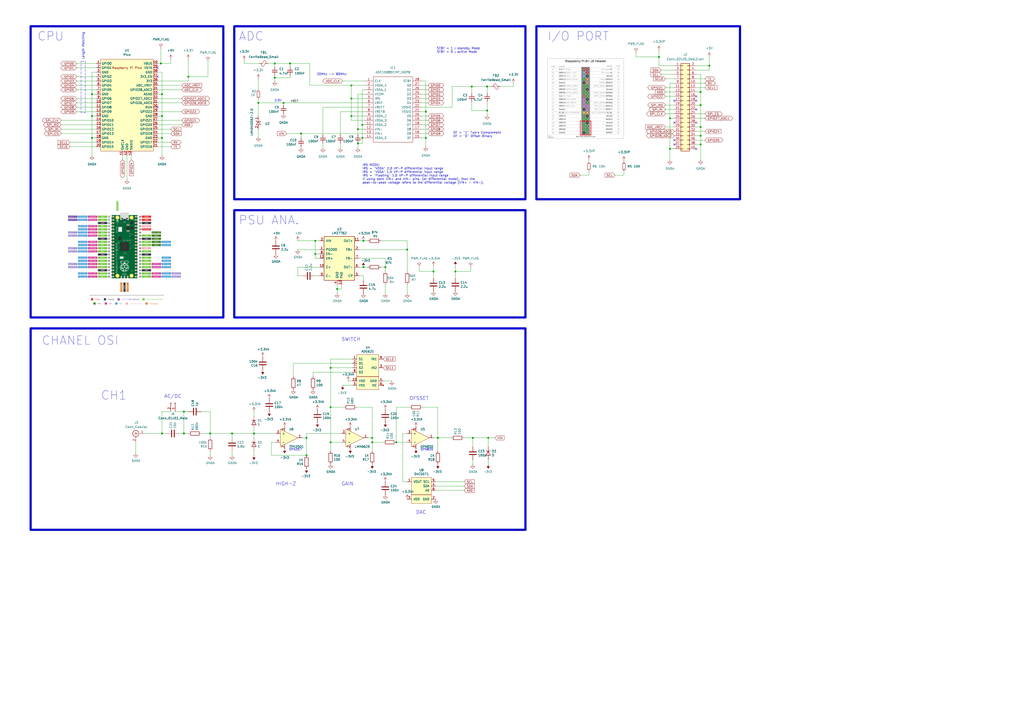
<source format=kicad_sch>
(kicad_sch (version 20231120) (generator "eeschema") (generator_version "8.0")
  (paper "A2")
  (title_block (title "pHAT ADC") (date "2024-10-07") (rev "R 01"))
  (lib_symbols
    (symbol "Connector:Conn_01x02_Male" (pin_names (offset 1.016) hide)
      (property "Reference" "J" (at 0 2.54 0))
      (property "Value" "Connector_Conn_01x02_Male" (at 0 -5.08 0))
      (symbol "Conn_01x02_Male_1_1"
        (pin passive line (at 5.08 0 180) (length 3.81) (name "Pin_1") (number "1"))
        (pin passive line (at 5.08 -2.54 180) (length 3.81) (name "Pin_2") (number "2"))
      )
    )
    (symbol "Connector:Conn_Coaxial" (pin_names (offset 1.016) hide)
      (property "Reference" "J" (at 0.254 3.048 0))
      (property "Value" "Conn_Coaxial" (at 2.921 0 90))
      (symbol "Conn_Coaxial_1_1"
        (pin passive line (at -5.08 0 0) (length 2.54) (name "In") (number "1"))
        (pin passive line (at 0 -5.08 90) (length 2.54) (name "Ext") (number "2"))
      )
    )
    (symbol "Connector_Generic:Conn_02x20_Odd_Even" (pin_names (offset 1.016) hide)
      (property "Reference" "J" (at 1.27 25.4 0))
      (property "Value" "Conn_02x20_Odd_Even" (at 1.27 -27.94 0))
      (symbol "Conn_02x20_Odd_Even_1_1"
        (pin passive line (at -5.08 22.86 0) (length 3.81) (name "Pin_1") (number "1"))
        (pin passive line (at 7.62 12.7 180) (length 3.81) (name "Pin_10") (number "10"))
        (pin passive line (at -5.08 10.16 0) (length 3.81) (name "Pin_11") (number "11"))
        (pin passive line (at 7.62 10.16 180) (length 3.81) (name "Pin_12") (number "12"))
        (pin passive line (at -5.08 7.62 0) (length 3.81) (name "Pin_13") (number "13"))
        (pin passive line (at 7.62 7.62 180) (length 3.81) (name "Pin_14") (number "14"))
        (pin passive line (at -5.08 5.08 0) (length 3.81) (name "Pin_15") (number "15"))
        (pin passive line (at 7.62 5.08 180) (length 3.81) (name "Pin_16") (number "16"))
        (pin passive line (at -5.08 2.54 0) (length 3.81) (name "Pin_17") (number "17"))
        (pin passive line (at 7.62 2.54 180) (length 3.81) (name "Pin_18") (number "18"))
        (pin passive line (at -5.08 0 0) (length 3.81) (name "Pin_19") (number "19"))
        (pin passive line (at 7.62 22.86 180) (length 3.81) (name "Pin_2") (number "2"))
        (pin passive line (at 7.62 0 180) (length 3.81) (name "Pin_20") (number "20"))
        (pin passive line (at -5.08 -2.54 0) (length 3.81) (name "Pin_21") (number "21"))
        (pin passive line (at 7.62 -2.54 180) (length 3.81) (name "Pin_22") (number "22"))
        (pin passive line (at -5.08 -5.08 0) (length 3.81) (name "Pin_23") (number "23"))
        (pin passive line (at 7.62 -5.08 180) (length 3.81) (name "Pin_24") (number "24"))
        (pin passive line (at -5.08 -7.62 0) (length 3.81) (name "Pin_25") (number "25"))
        (pin passive line (at 7.62 -7.62 180) (length 3.81) (name "Pin_26") (number "26"))
        (pin passive line (at -5.08 -10.16 0) (length 3.81) (name "Pin_27") (number "27"))
        (pin passive line (at 7.62 -10.16 180) (length 3.81) (name "Pin_28") (number "28"))
        (pin passive line (at -5.08 -12.7 0) (length 3.81) (name "Pin_29") (number "29"))
        (pin passive line (at -5.08 20.32 0) (length 3.81) (name "Pin_3") (number "3"))
        (pin passive line (at 7.62 -12.7 180) (length 3.81) (name "Pin_30") (number "30"))
        (pin passive line (at -5.08 -15.24 0) (length 3.81) (name "Pin_31") (number "31"))
        (pin passive line (at 7.62 -15.24 180) (length 3.81) (name "Pin_32") (number "32"))
        (pin passive line (at -5.08 -17.78 0) (length 3.81) (name "Pin_33") (number "33"))
        (pin passive line (at 7.62 -17.78 180) (length 3.81) (name "Pin_34") (number "34"))
        (pin passive line (at -5.08 -20.32 0) (length 3.81) (name "Pin_35") (number "35"))
        (pin passive line (at 7.62 -20.32 180) (length 3.81) (name "Pin_36") (number "36"))
        (pin passive line (at -5.08 -22.86 0) (length 3.81) (name "Pin_37") (number "37"))
        (pin passive line (at 7.62 -22.86 180) (length 3.81) (name "Pin_38") (number "38"))
        (pin passive line (at -5.08 -25.4 0) (length 3.81) (name "Pin_39") (number "39"))
        (pin passive line (at 7.62 20.32 180) (length 3.81) (name "Pin_4") (number "4"))
        (pin passive line (at 7.62 -25.4 180) (length 3.81) (name "Pin_40") (number "40"))
        (pin passive line (at -5.08 17.78 0) (length 3.81) (name "Pin_5") (number "5"))
        (pin passive line (at 7.62 17.78 180) (length 3.81) (name "Pin_6") (number "6"))
        (pin passive line (at -5.08 15.24 0) (length 3.81) (name "Pin_7") (number "7"))
        (pin passive line (at 7.62 15.24 180) (length 3.81) (name "Pin_8") (number "8"))
        (pin passive line (at -5.08 12.7 0) (length 3.81) (name "Pin_9") (number "9"))
      )
    )
    (symbol "Device:C" (pin_numbers hide) (pin_names (offset 0.254))
      (property "Reference" "C" (at 0.635 2.54 0))
      (property "Value" "C" (at 0.635 -2.54 0))
      (symbol "C_1_1"
        (pin passive line (at 0 3.81 270) (length 2.794) (name "~") (number "1"))
        (pin passive line (at 0 -3.81 90) (length 2.794) (name "~") (number "2"))
      )
    )
    (symbol "Device:C_Small" (pin_numbers hide) (pin_names (offset 0.254) hide)
      (property "Reference" "C" (at 0.254 1.778 0))
      (property "Value" "C_Small" (at 0.254 -2.032 0))
      (symbol "C_Small_1_1"
        (pin passive line (at 0 2.54 270) (length 2.032) (name "~") (number "1"))
        (pin passive line (at 0 -2.54 90) (length 2.032) (name "~") (number "2"))
      )
    )
    (symbol "Device:D" (pin_numbers hide) (pin_names (offset 1.016) hide)
      (property "Reference" "D" (at 0 2.54 0))
      (property "Value" "D" (at 0 -2.54 0))
      (symbol "D_1_1"
        (pin passive line (at -3.81 0 0) (length 2.54) (name "K") (number "1"))
        (pin passive line (at 3.81 0 180) (length 2.54) (name "A") (number "2"))
      )
    )
    (symbol "Device:FerriteBead_Small" (pin_numbers hide) (pin_names (offset 0))
      (property "Reference" "FB" (at 1.905 1.27 0))
      (property "Value" "FerriteBead_Small" (at 1.905 -1.27 0))
      (symbol "FerriteBead_Small_1_1"
        (pin passive line (at 0 2.54 270) (length 1.27) (name "~") (number "1"))
        (pin passive line (at 0 -2.54 90) (length 1.27) (name "~") (number "2"))
      )
    )
    (symbol "Device:R" (pin_numbers hide) (pin_names (offset 0))
      (property "Reference" "R" (at 2.032 0 90))
      (property "Value" "R" (at 0 0 90))
      (symbol "R_1_1"
        (pin passive line (at 0 3.81 270) (length 1.27) (name "~") (number "1"))
        (pin passive line (at 0 -3.81 90) (length 1.27) (name "~") (number "2"))
      )
    )
    (symbol "Device:R_Small" (pin_numbers hide) (pin_names (offset 0.254) hide)
      (property "Reference" "R" (at 0.762 0.508 0))
      (property "Value" "R_Small" (at 0.762 -1.016 0))
      (symbol "R_Small_1_1"
        (pin passive line (at 0 2.54 270) (length 0.762) (name "~") (number "1"))
        (pin passive line (at 0 -2.54 90) (length 0.762) (name "~") (number "2"))
      )
    )
    (symbol "ICTAMKY:Pico"
      (property "Reference" "U" (at -13.97 27.94 0))
      (property "Value" "Pico" (at 0 19.05 0))
      (symbol "Pico_0_0"
        (text "Raspberry Pi Pico" (at 0 21.59 0) (effects (font (size 1.27 1.27))))
      )
      (symbol "Pico_1_1"
        (pin bidirectional line (at -17.78 24.13 0) (length 2.54) (name "GPIO0") (number "1"))
        (pin bidirectional line (at -17.78 1.27 0) (length 2.54) (name "GPIO7") (number "10"))
        (pin bidirectional line (at -17.78 -1.27 0) (length 2.54) (name "GPIO8") (number "11"))
        (pin bidirectional line (at -17.78 -3.81 0) (length 2.54) (name "GPIO9") (number "12"))
        (pin power_in line (at -17.78 -6.35 0) (length 2.54) (name "GND") (number "13"))
        (pin bidirectional line (at -17.78 -8.89 0) (length 2.54) (name "GPIO10") (number "14"))
        (pin bidirectional line (at -17.78 -11.43 0) (length 2.54) (name "GPIO11") (number "15"))
        (pin bidirectional line (at -17.78 -13.97 0) (length 2.54) (name "GPIO12") (number "16"))
        (pin bidirectional line (at -17.78 -16.51 0) (length 2.54) (name "GPIO13") (number "17"))
        (pin power_in line (at -17.78 -19.05 0) (length 2.54) (name "GND") (number "18"))
        (pin bidirectional line (at -17.78 -21.59 0) (length 2.54) (name "GPIO14") (number "19"))
        (pin bidirectional line (at -17.78 21.59 0) (length 2.54) (name "GPIO1") (number "2"))
        (pin bidirectional line (at -17.78 -24.13 0) (length 2.54) (name "GPIO15") (number "20"))
        (pin bidirectional line (at 17.78 -24.13 180) (length 2.54) (name "GPIO16") (number "21"))
        (pin bidirectional line (at 17.78 -21.59 180) (length 2.54) (name "GPIO17") (number "22"))
        (pin power_in line (at 17.78 -19.05 180) (length 2.54) (name "GND") (number "23"))
        (pin bidirectional line (at 17.78 -16.51 180) (length 2.54) (name "GPIO18") (number "24"))
        (pin bidirectional line (at 17.78 -13.97 180) (length 2.54) (name "GPIO19") (number "25"))
        (pin bidirectional line (at 17.78 -11.43 180) (length 2.54) (name "GPIO20") (number "26"))
        (pin bidirectional line (at 17.78 -8.89 180) (length 2.54) (name "GPIO21") (number "27"))
        (pin power_in line (at 17.78 -6.35 180) (length 2.54) (name "GND") (number "28"))
        (pin bidirectional line (at 17.78 -3.81 180) (length 2.54) (name "GPIO22") (number "29"))
        (pin power_in line (at -17.78 19.05 0) (length 2.54) (name "GND") (number "3"))
        (pin input line (at 17.78 -1.27 180) (length 2.54) (name "RUN") (number "30"))
        (pin bidirectional line (at 17.78 1.27 180) (length 2.54) (name "GPIO26_ADC0") (number "31"))
        (pin bidirectional line (at 17.78 3.81 180) (length 2.54) (name "GPIO27_ADC1") (number "32"))
        (pin power_in line (at 17.78 6.35 180) (length 2.54) (name "AGND") (number "33"))
        (pin bidirectional line (at 17.78 8.89 180) (length 2.54) (name "GPIO28_ADC2") (number "34"))
        (pin power_in line (at 17.78 11.43 180) (length 2.54) (name "ADC_VREF") (number "35"))
        (pin power_in line (at 17.78 13.97 180) (length 2.54) (name "3V3") (number "36"))
        (pin input line (at 17.78 16.51 180) (length 2.54) (name "3V3_EN") (number "37"))
        (pin bidirectional line (at 17.78 19.05 180) (length 2.54) (name "GND") (number "38"))
        (pin power_in line (at 17.78 21.59 180) (length 2.54) (name "VSYS") (number "39"))
        (pin bidirectional line (at -17.78 16.51 0) (length 2.54) (name "GPIO2") (number "4"))
        (pin power_in line (at 17.78 24.13 180) (length 2.54) (name "VBUS") (number "40"))
        (pin input line (at -2.54 -29.21 90) (length 2.54) (name "SWCLK") (number "41"))
        (pin power_in line (at 0 -29.21 90) (length 2.54) (name "GND") (number "42"))
        (pin bidirectional line (at 2.54 -29.21 90) (length 2.54) (name "SWDIO") (number "43"))
        (pin bidirectional line (at -17.78 13.97 0) (length 2.54) (name "GPIO3") (number "5"))
        (pin bidirectional line (at -17.78 11.43 0) (length 2.54) (name "GPIO4") (number "6"))
        (pin bidirectional line (at -17.78 8.89 0) (length 2.54) (name "GPIO5") (number "7"))
        (pin power_in line (at -17.78 6.35 0) (length 2.54) (name "GND") (number "8"))
        (pin bidirectional line (at -17.78 3.81 0) (length 2.54) (name "GPIO6") (number "9"))
      )
    )
    (symbol "Reference_Voltage:LM4040DBZ-2.0" (pin_names (offset 0.0254) hide)
      (property "Reference" "U" (at 0 2.54 0))
      (property "Value" "LM4040DBZ-2.0" (at 0 -3.175 0))
      (symbol "LM4040DBZ-2.0_1_1"
        (pin passive line (at 3.81 0 180) (length 2.54) (name "K") (number "1"))
        (pin passive line (at -3.81 0 0) (length 2.54) (name "A") (number "2"))
        (pin no_connect line (at -1.27 0 0) (length 2.54) hide (name "NC") (number "3"))
      )
    )
    (symbol "Regulator_SwitchedCapacitor:LM27762" (pin_names (offset 1.016))
      (property "Reference" "U" (at -6.604 8.89 0))
      (property "Value" "LM27762" (at 6.096 8.89 0))
      (symbol "LM27762_1_1"
        (pin open_collector line (at -10.16 0 0) (length 2.54) (name "PGOOD") (number "1"))
        (pin passive line (at -10.16 -10.16 0) (length 2.54) (name "C+") (number "10"))
        (pin power_out line (at 12.7 5.08 180) (length 2.54) (name "OUT+") (number "11"))
        (pin input line (at -10.16 -5.08 0) (length 2.54) (name "EN+") (number "12"))
        (pin power_in line (at 2.54 -20.32 90) (length 2.54) (name "PAD") (number "13"))
        (pin input line (at 12.7 0 180) (length 2.54) (name "FB+") (number "2"))
        (pin power_in line (at -10.16 5.08 0) (length 2.54) (name "VIN") (number "3"))
        (pin power_in line (at 0 -20.32 90) (length 2.54) (name "GND") (number "4"))
        (pin passive line (at 12.7 -15.24 180) (length 2.54) (name "CP") (number "5"))
        (pin power_out line (at 12.7 -10.16 180) (length 2.54) (name "OUT-") (number "6"))
        (pin input line (at 12.7 -5.08 180) (length 2.54) (name "FB-") (number "7"))
        (pin input line (at -10.16 -2.54 0) (length 2.54) (name "EN-") (number "8"))
        (pin passive line (at -10.16 -15.24 0) (length 2.54) (name "C-") (number "9"))
      )
    )
    (symbol "SamacSys_Parts:ADC10080CIMT_NOPB" (pin_names (offset 0.762))
      (property "Reference" "IC" (at 29.21 7.62 0))
      (property "Value" "ADC10080CIMT_NOPB" (at 29.21 5.08 0))
      (symbol "ADC10080CIMT_NOPB_0_0"
        (pin passive line (at 0 0 0) (length 5.08) (name "CLK") (number "1"))
        (pin passive line (at 0 -22.86 0) (length 5.08) (name "VDDA_3") (number "10"))
        (pin passive line (at 0 -25.4 0) (length 5.08) (name "VSSA_2") (number "11"))
        (pin passive line (at 0 -27.94 0) (length 5.08) (name "VIN-") (number "12"))
        (pin passive line (at 0 -30.48 0) (length 5.08) (name "VIN+") (number "13"))
        (pin passive line (at 0 -33.02 0) (length 5.08) (name "VSSA_3") (number "14"))
        (pin passive line (at 33.02 -33.02 180) (length 5.08) (name "DF") (number "15"))
        (pin passive line (at 33.02 -30.48 180) (length 5.08) (name "D9") (number "16"))
        (pin passive line (at 33.02 -27.94 180) (length 5.08) (name "D8") (number "17"))
        (pin passive line (at 33.02 -25.4 180) (length 5.08) (name "D7") (number "18"))
        (pin passive line (at 33.02 -22.86 180) (length 5.08) (name "D6") (number "19"))
        (pin passive line (at 0 -2.54 0) (length 5.08) (name "VDDA_1") (number "2"))
        (pin passive line (at 33.02 -20.32 180) (length 5.08) (name "D5") (number "20"))
        (pin passive line (at 33.02 -17.78 180) (length 5.08) (name "VSSIO") (number "21"))
        (pin passive line (at 33.02 -15.24 180) (length 5.08) (name "VDDIO") (number "22"))
        (pin passive line (at 33.02 -12.7 180) (length 5.08) (name "D4") (number "23"))
        (pin passive line (at 33.02 -10.16 180) (length 5.08) (name "D3") (number "24"))
        (pin passive line (at 33.02 -7.62 180) (length 5.08) (name "D2") (number "25"))
        (pin passive line (at 33.02 -5.08 180) (length 5.08) (name "D1") (number "26"))
        (pin passive line (at 33.02 -2.54 180) (length 5.08) (name "D0") (number "27"))
        (pin passive line (at 33.02 0 180) (length 5.08) (name "STBY") (number "28"))
        (pin passive line (at 0 -5.08 0) (length 5.08) (name "VSSA_1") (number "3"))
        (pin passive line (at 0 -7.62 0) (length 5.08) (name "VCOM") (number "4"))
        (pin passive line (at 0 -10.16 0) (length 5.08) (name "IRS") (number "5"))
        (pin passive line (at 0 -12.7 0) (length 5.08) (name "VREF") (number "6"))
        (pin passive line (at 0 -15.24 0) (length 5.08) (name "VREFT") (number "7"))
        (pin passive line (at 0 -17.78 0) (length 5.08) (name "VREFB") (number "8"))
        (pin passive line (at 0 -20.32 0) (length 5.08) (name "VDDA_2") (number "9"))
      )
    )
    (symbol "power:+3.3V" (power) (pin_numbers hide) (pin_names (offset 0) hide)
      (property "Value" "+3.3V" (at 0 3.556 0))
      (symbol "+3.3V_1_1"
        (pin power_in line (at 0 0 90) (length 0) (name "~") (number "1"))
      )
    )
    (symbol "power:+3.3VA" (power) (pin_numbers hide) (pin_names (offset 0) hide)
      (property "Value" "+3.3VA" (at 0 3.556 0))
      (symbol "+3.3VA_1_1"
        (pin power_in line (at 0 0 90) (length 0) (name "~") (number "1"))
      )
    )
    (symbol "power:+3.3VP" (power) (pin_numbers hide) (pin_names (offset 0) hide)
      (property "Value" "+3.3VP" (at 0 3.556 0))
      (symbol "+3.3VP_0_0"
        (pin power_in line (at 0 0 90) (length 0) (name "~") (number "1"))
      )
    )
    (symbol "power:+5V" (power) (pin_numbers hide) (pin_names (offset 0) hide)
      (property "Value" "+5V" (at 0 3.556 0))
      (symbol "+5V_1_1"
        (pin power_in line (at 0 0 90) (length 0) (name "~") (number "1"))
      )
    )
    (symbol "power:-3V3" (power) (pin_numbers hide) (pin_names (offset 0) hide)
      (property "Value" "-3V3" (at 0 3.556 0))
      (symbol "-3V3_0_0"
        (pin power_in line (at 0 0 90) (length 0) (name "~") (number "1"))
      )
    )
    (symbol "power:GNDA" (power) (pin_numbers hide) (pin_names (offset 0) hide)
      (property "Value" "GNDA" (at 0 -3.81 0))
      (symbol "GNDA_1_1"
        (pin power_in line (at 0 0 270) (length 0) (name "~") (number "1"))
      )
    )
    (symbol "power:PWR_FLAG" (power) (pin_numbers hide) (pin_names (offset 0) hide)
      (property "Value" "PWR_FLAG" (at 0 3.81 0))
      (symbol "PWR_FLAG_0_0"
        (pin power_out line (at 0 0 90) (length 0) (name "~") (number "1"))
      )
    )
    (symbol "rpicoscope:ADG621" (pin_names (offset 1.016))
      (property "Reference" "U" (at 1.27 1.27 0))
      (property "Value" "ADG621" (at 6.35 -21.59 0))
      (symbol "ADG621_1_1"
        (pin passive line (at -2.54 -2.54 0) (length 2.54) (name "S1") (number "1"))
        (pin power_in line (at -2.54 -15.24 0) (length 2.54) (name "VDD") (number "10"))
        (pin passive line (at -2.54 -5.08 0) (length 2.54) (name "D1") (number "2"))
        (pin input line (at 15.24 -7.62 180) (length 2.54) (name "IN2") (number "3"))
        (pin power_out line (at 15.24 -15.24 180) (length 2.54) (name "GND") (number "4"))
        (pin power_out line (at -2.54 -17.78 0) (length 2.54) (name "VSS") (number "5"))
        (pin no_connect line (at 15.24 -17.78 180) (length 2.54) (name "NC") (number "6"))
        (pin passive line (at -2.54 -7.62 0) (length 2.54) (name "S2") (number "7"))
        (pin passive line (at -2.54 -10.16 0) (length 2.54) (name "D2") (number "8"))
        (pin input line (at 15.24 -2.54 180) (length 2.54) (name "IN1") (number "9"))
      )
    )
    (symbol "rpicoscope:DAC5571" (pin_names (offset 1.016))
      (property "Reference" "U" (at 1.27 1.27 0))
      (property "Value" "DAC5571" (at 5.08 -16.51 0))
      (symbol "DAC5571_1_1"
        (pin output line (at -2.54 -2.54 0) (length 2.54) (name "VOUT") (number "1"))
        (pin power_out line (at 13.97 -12.7 180) (length 2.54) (name "GND") (number "2"))
        (pin power_in line (at -2.54 -12.7 0) (length 2.54) (name "VDD") (number "3"))
        (pin bidirectional line (at 13.97 -5.08 180) (length 2.54) (name "SDA") (number "4"))
        (pin input line (at 13.97 -2.54 180) (length 2.54) (name "SCL") (number "5"))
        (pin input line (at 13.97 -7.62 180) (length 2.54) (name "A0") (number "6"))
      )
    )
    (symbol "rpicoscope:LMH6629" (pin_names (offset 1.016))
      (property "Reference" "U" (at 7.62 0 0))
      (property "Value" "LMH6629" (at 11.43 -10.16 0))
      (symbol "LMH6629_1_1"
        (pin output line (at 15.24 -5.08 180) (length 2.54) (name "~") (number "1"))
        (pin power_out line (at 5.08 -11.43 90) (length 2.54) (name "~") (number "2"))
        (pin input line (at 0 -2.54 0) (length 2.54) (name "+") (number "3"))
        (pin input line (at 0 -7.62 0) (length 2.54) (name "-") (number "4"))
        (pin power_in line (at 5.08 1.27 270) (length 2.54) (name "~") (number "5"))
      )
    )
    (symbol "rpicoscope:OPA830" (pin_names (offset 1.016))
      (property "Reference" "U" (at 7.62 -1.27 0))
      (property "Value" "OPA830" (at 11.43 -11.43 0))
      (symbol "OPA830_1_1"
        (pin output line (at 15.24 -6.35 180) (length 2.54) (name "~") (number "1"))
        (pin power_out line (at 5.08 -12.7 90) (length 2.54) (name "~") (number "2"))
        (pin input line (at 0 -3.81 0) (length 2.54) (name "+") (number "3"))
        (pin input line (at 0 -8.89 0) (length 2.54) (name "-") (number "4"))
        (pin power_in line (at 5.08 0 270) (length 2.54) (name "~") (number "5"))
      )
    )
    (symbol "rpicoscope:TPH2501" (pin_names (offset 1.016))
      (property "Reference" "U" (at 8.89 0 0))
      (property "Value" "TPH2501" (at 12.7 -10.16 0))
      (symbol "TPH2501_1_1"
        (pin output line (at 15.24 -5.08 180) (length 2.54) (name "~") (number "1"))
        (pin power_out line (at 5.08 -11.43 90) (length 2.54) (name "~") (number "2"))
        (pin input line (at 0 -2.54 0) (length 2.54) (name "+") (number "3"))
        (pin input line (at 0 -7.62 0) (length 2.54) (name "-") (number "4"))
        (pin power_in line (at 5.08 1.27 270) (length 2.54) (name "~") (number "5"))
      )
    )
  )
  (junction (at 109.22 44.45))
  (junction (at 236.22 144.78))
  (junction (at 159.385 45.085))
  (junction (at 254 254))
  (junction (at 106.68 251.46))
  (junction (at 282.575 50.165))
  (junction (at 210.185 80.01))
  (junction (at 207.645 83.185))
  (junction (at 203.835 57.15))
  (junction (at 93.98 67.31))
  (junction (at 406.4 60.96))
  (junction (at 147.32 251.46))
  (junction (at 159.385 36.83))
  (junction (at 210.82 139.7))
  (junction (at 93.98 251.46))
  (junction (at 406.4 83.82))
  (junction (at 229.87 256.54))
  (junction (at 406.4 78.74))
  (junction (at 264.16 157.48))
  (junction (at 215.9 254))
  (junction (at 210.185 72.39))
  (junction (at 121.92 251.46))
  (junction (at 382.27 33.02))
  (junction (at 406.4 73.66))
  (junction (at 210.82 154.94))
  (junction (at 134.62 251.46))
  (junction (at 164.465 59.69))
  (junction (at 273.685 50.165))
  (junction (at 177.8 254))
  (junction (at 149.86 59.69))
  (junction (at 388.62 86.36))
  (junction (at 282.575 64.135))
  (junction (at 93.345 36.83))
  (junction (at 168.275 36.83))
  (junction (at 182.88 139.7))
  (junction (at 406.4 53.34))
  (junction (at 182.88 147.32))
  (junction (at 251.46 157.48))
  (junction (at 106.68 238.76))
  (junction (at 53.34 67.31))
  (junction (at 191.77 213.36))
  (junction (at 53.34 54.61))
  (junction (at 174.625 77.47))
  (junction (at 207.645 74.93))
  (junction (at 93.98 80.01))
  (junction (at 93.98 54.61))
  (junction (at 203.835 67.31))
  (junction (at 247.015 80.01))
  (junction (at 191.77 236.22))
  (junction (at 177.8 264.16))
  (junction (at 223.52 154.94))
  (junction (at 283.21 254))
  (junction (at 215.9 256.54))
  (junction (at 191.77 256.54))
  (junction (at 274.32 254))
  (junction (at 203.835 49.53))
  (junction (at 411.48 38.1))
  (junction (at 247.015 64.77))
  (junction (at 195.58 167.64))
  (junction (at 388.62 68.58))
  (junction (at 53.34 80.01))
  (no_connect (at 91.44 39.37))
  (no_connect (at 403.86 55.88))
  (no_connect (at 403.86 63.5))
  (no_connect (at 403.86 86.36))
  (no_connect (at 391.16 58.42))
  (no_connect (at 403.86 58.42))
  (no_connect (at 391.16 81.28))
  (no_connect (at 403.86 71.12))
  (no_connect (at 91.44 62.23))
  (no_connect (at 391.16 83.82))
  (no_connect (at 91.44 44.45))
  (no_connect (at 391.16 71.12))
  (wire (pts (xy 229.87 236.22) (xy 229.87 256.54)))
  (wire (pts (xy 386.08 66.04) (xy 391.16 66.04)))
  (wire (pts (xy 44.45 52.07) (xy 55.88 52.07)))
  (wire (pts (xy 149.86 79.375) (xy 149.86 74.93)))
  (wire (pts (xy 191.77 236.22) (xy 191.77 256.54)))
  (wire (pts (xy 204.47 208.28) (xy 191.77 208.28)))
  (wire (pts (xy 147.32 248.92) (xy 147.32 251.46)))
  (wire (pts (xy 44.45 59.69) (xy 55.88 59.69)))
  (wire (pts (xy 182.88 139.7) (xy 185.42 139.7)))
  (wire (pts (xy 35.56 72.39) (xy 55.88 72.39)))
  (wire (pts (xy 109.22 44.45) (xy 109.22 34.29)))
  (wire (pts (xy 185.42 149.86) (xy 182.88 149.86)))
  (wire (pts (xy 403.86 53.34) (xy 406.4 53.34)))
  (wire (pts (xy 71.12 92.71) (xy 71.12 90.17)))
  (wire (pts (xy 248.285 52.07) (xy 244.475 52.07)))
  (wire (pts (xy 121.92 254) (xy 121.92 251.46)))
  (wire (pts (xy 141.605 36.83) (xy 150.495 36.83)))
  (wire (pts (xy 211.455 80.01) (xy 210.185 80.01)))
  (wire (pts (xy 403.86 43.18) (xy 406.4 43.18)))
  (wire (pts (xy 336.55 101.6) (xy 341.63 101.6)))
  (wire (pts (xy 204.47 220.98) (xy 201.93 220.98)))
  (wire (pts (xy 185.42 147.32) (xy 182.88 147.32)))
  (wire (pts (xy 104.14 251.46) (xy 106.68 251.46)))
  (wire (pts (xy 254 254) (xy 254 261.62)))
  (wire (pts (xy 368.935 30.48) (xy 368.935 33.02)))
  (wire (pts (xy 204.47 213.36) (xy 191.77 213.36)))
  (wire (pts (xy 223.52 165.1) (xy 223.52 170.18)))
  (wire (pts (xy 91.44 54.61) (xy 93.98 54.61)))
  (wire (pts (xy 247.015 46.99) (xy 247.015 64.77)))
  (wire (pts (xy 273.685 50.165) (xy 273.685 53.975)))
  (wire (pts (xy 254 254) (xy 251.46 254)))
  (wire (pts (xy 386.08 50.8) (xy 391.16 50.8)))
  (wire (pts (xy 211.455 67.31) (xy 203.835 67.31)))
  (wire (pts (xy 179.705 36.83) (xy 179.705 49.53)))
  (wire (pts (xy 44.45 57.15) (xy 55.88 57.15)))
  (wire (pts (xy 101.6 238.76) (xy 106.68 238.76)))
  (wire (pts (xy 388.62 68.58) (xy 388.62 86.36)))
  (wire (pts (xy 159.385 45.085) (xy 168.275 45.085)))
  (wire (pts (xy 287.02 254) (xy 283.21 254)))
  (wire (pts (xy 388.62 48.26) (xy 388.62 68.58)))
  (wire (pts (xy 76.2 92.71) (xy 76.2 90.17)))
  (wire (pts (xy 198.755 223.52) (xy 204.47 223.52)))
  (wire (pts (xy 93.345 36.83) (xy 99.06 36.83)))
  (wire (pts (xy 386.08 73.66) (xy 391.16 73.66)))
  (wire (pts (xy 91.44 77.47) (xy 99.06 77.47)))
  (wire (pts (xy 93.98 80.01) (xy 93.98 90.17)))
  (wire (pts (xy 109.22 46.99) (xy 109.22 44.45)))
  (wire (pts (xy 174.625 77.47) (xy 211.455 77.47)))
  (wire (pts (xy 147.32 254) (xy 147.32 251.46)))
  (wire (pts (xy 44.45 46.99) (xy 55.88 46.99)))
  (wire (pts (xy 91.44 80.01) (xy 93.98 80.01)))
  (wire (pts (xy 203.835 67.31) (xy 203.835 57.15)))
  (wire (pts (xy 223.52 154.94) (xy 223.52 157.48)))
  (wire (pts (xy 273.685 50.165) (xy 282.575 50.165)))
  (wire (pts (xy 341.63 92.71) (xy 341.63 93.98)))
  (wire (pts (xy 408.94 76.2) (xy 403.86 76.2)))
  (wire (pts (xy 274.32 254) (xy 283.21 254)))
  (wire (pts (xy 211.455 49.53) (xy 203.835 49.53)))
  (wire (pts (xy 264.16 157.48) (xy 273.05 157.48)))
  (wire (pts (xy 195.58 167.64) (xy 195.58 165.1)))
  (wire (pts (xy 166.37 77.47) (xy 174.625 77.47)))
  (wire (pts (xy 105.41 72.39) (xy 91.44 72.39)))
  (wire (pts (xy 168.275 36.83) (xy 168.275 38.735)))
  (wire (pts (xy 53.34 41.91) (xy 53.34 54.61)))
  (wire (pts (xy 91.44 46.99) (xy 109.22 46.99)))
  (wire (pts (xy 120.65 35.56) (xy 120.65 44.45)))
  (wire (pts (xy 283.21 266.7) (xy 283.21 269.24)))
  (wire (pts (xy 170.18 210.82) (xy 170.18 218.44)))
  (wire (pts (xy 386.08 55.88) (xy 391.16 55.88)))
  (wire (pts (xy 109.22 44.45) (xy 120.65 44.45)))
  (wire (pts (xy 207.645 83.185) (xy 207.645 85.725)))
  (wire (pts (xy 44.45 39.37) (xy 55.88 39.37)))
  (wire (pts (xy 248.285 49.53) (xy 244.475 49.53)))
  (wire (pts (xy 53.34 67.31) (xy 53.34 54.61)))
  (wire (pts (xy 210.185 52.07) (xy 211.455 52.07)))
  (wire (pts (xy 185.42 160.02) (xy 182.88 160.02)))
  (wire (pts (xy 149.86 45.72) (xy 149.86 52.07)))
  (wire (pts (xy 236.22 139.7) (xy 236.22 144.78)))
  (wire (pts (xy 341.63 101.6) (xy 341.63 99.06)))
  (wire (pts (xy 141.605 34.925) (xy 141.605 36.83)))
  (wire (pts (xy 134.62 251.46) (xy 134.62 254)))
  (wire (pts (xy 159.385 45.085) (xy 159.385 46.99)))
  (wire (pts (xy 282.575 64.135) (xy 273.685 64.135)))
  (wire (pts (xy 55.88 67.31) (xy 53.34 67.31)))
  (wire (pts (xy 408.94 81.28) (xy 403.86 81.28)))
  (wire (pts (xy 191.77 236.22) (xy 191.77 213.36)))
  (wire (pts (xy 185.42 154.94) (xy 172.72 154.94)))
  (wire (pts (xy 172.72 160.02) (xy 175.26 160.02)))
  (wire (pts (xy 149.86 59.69) (xy 149.86 67.31)))
  (wire (pts (xy 248.285 74.93) (xy 244.475 74.93)))
  (wire (pts (xy 93.98 67.31) (xy 91.44 67.31)))
  (wire (pts (xy 215.9 254) (xy 213.36 254)))
  (wire (pts (xy 406.4 43.18) (xy 406.4 53.34)))
  (wire (pts (xy 408.94 68.58) (xy 403.86 68.58)))
  (wire (pts (xy 406.4 78.74) (xy 406.4 83.82)))
  (wire (pts (xy 181.61 215.9) (xy 181.61 218.44)))
  (wire (pts (xy 406.4 53.34) (xy 406.4 60.96)))
  (wire (pts (xy 368.935 33.02) (xy 382.27 33.02)))
  (wire (pts (xy 44.45 62.23) (xy 55.88 62.23)))
  (wire (pts (xy 210.185 80.01) (xy 210.185 83.185)))
  (wire (pts (xy 116.84 251.46) (xy 121.92 251.46)))
  (wire (pts (xy 274.32 259.08) (xy 274.32 254)))
  (wire (pts (xy 254 236.22) (xy 254 254)))
  (wire (pts (xy 236.22 165.1) (xy 236.22 170.18)))
  (wire (pts (xy 244.475 64.77) (xy 247.015 64.77)))
  (wire (pts (xy 168.275 36.83) (xy 179.705 36.83)))
  (wire (pts (xy 93.98 41.91) (xy 93.98 54.61)))
  (wire (pts (xy 220.98 154.94) (xy 223.52 154.94)))
  (wire (pts (xy 44.45 49.53) (xy 55.88 49.53)))
  (wire (pts (xy 198.12 256.54) (xy 191.77 256.54)))
  (wire (pts (xy 403.86 73.66) (xy 406.4 73.66)))
  (wire (pts (xy 273.685 59.055) (xy 273.685 64.135)))
  (wire (pts (xy 408.94 50.8) (xy 403.86 50.8)))
  (wire (pts (xy 187.325 62.23) (xy 187.325 78.105)))
  (wire (pts (xy 252.73 281.94) (xy 269.24 281.94)))
  (wire (pts (xy 177.8 264.16) (xy 177.8 254)))
  (wire (pts (xy 210.185 72.39) (xy 210.185 80.01)))
  (wire (pts (xy 177.8 254) (xy 175.26 254)))
  (wire (pts (xy 40.64 85.09) (xy 55.88 85.09)))
  (wire (pts (xy 177.8 251.46) (xy 198.12 251.46)))
  (wire (pts (xy 91.44 41.91) (xy 93.98 41.91)))
  (wire (pts (xy 248.285 72.39) (xy 244.475 72.39)))
  (wire (pts (xy 386.08 45.72) (xy 391.16 45.72)))
  (wire (pts (xy 185.42 144.78) (xy 172.72 144.78)))
  (wire (pts (xy 262.255 62.23) (xy 262.255 50.165)))
  (wire (pts (xy 222.25 256.54) (xy 215.9 256.54)))
  (wire (pts (xy 233.68 279.4) (xy 236.22 279.4)))
  (wire (pts (xy 198.12 167.64) (xy 195.58 167.64)))
  (wire (pts (xy 403.86 60.96) (xy 406.4 60.96)))
  (wire (pts (xy 174.625 77.47) (xy 174.625 80.01)))
  (wire (pts (xy 244.475 62.23) (xy 262.255 62.23)))
  (wire (pts (xy 406.4 83.82) (xy 406.4 92.71)))
  (wire (pts (xy 220.98 139.7) (xy 236.22 139.7)))
  (wire (pts (xy 248.285 57.15) (xy 244.475 57.15)))
  (wire (pts (xy 147.32 238.76) (xy 147.32 241.3)))
  (wire (pts (xy 93.98 238.76) (xy 93.98 251.46)))
  (wire (pts (xy 159.385 36.83) (xy 155.575 36.83)))
  (wire (pts (xy 247.015 80.01) (xy 247.015 85.09)))
  (wire (pts (xy 164.465 59.69) (xy 164.465 60.96)))
  (wire (pts (xy 243.205 157.48) (xy 251.46 157.48)))
  (wire (pts (xy 179.705 49.53) (xy 203.835 49.53)))
  (wire (pts (xy 198.12 165.1) (xy 198.12 167.64)))
  (wire (pts (xy 105.41 69.85) (xy 91.44 69.85)))
  (wire (pts (xy 391.16 48.26) (xy 388.62 48.26)))
  (wire (pts (xy 134.62 251.46) (xy 147.32 251.46)))
  (wire (pts (xy 211.455 69.85) (xy 203.835 69.85)))
  (wire (pts (xy 203.835 57.15) (xy 203.835 49.53)))
  (wire (pts (xy 99.06 82.55) (xy 91.44 82.55)))
  (wire (pts (xy 297.815 48.26) (xy 297.815 50.165)))
  (wire (pts (xy 40.64 82.55) (xy 55.88 82.55)))
  (wire (pts (xy 269.24 254) (xy 274.32 254)))
  (wire (pts (xy 208.28 144.78) (xy 236.22 144.78)))
  (wire (pts (xy 106.68 238.76) (xy 109.22 238.76)))
  (wire (pts (xy 211.455 74.93) (xy 207.645 74.93)))
  (wire (pts (xy 191.77 213.36) (xy 191.77 208.28)))
  (wire (pts (xy 282.575 50.165) (xy 282.575 53.975)))
  (wire (pts (xy 361.95 93.345) (xy 361.95 93.98)))
  (wire (pts (xy 211.455 72.39) (xy 210.185 72.39)))
  (wire (pts (xy 164.465 59.69) (xy 211.455 59.69)))
  (wire (pts (xy 187.325 85.725) (xy 187.325 83.185)))
  (wire (pts (xy 157.48 264.16) (xy 177.8 264.16)))
  (wire (pts (xy 252.73 279.4) (xy 269.24 279.4)))
  (wire (pts (xy 83.82 251.46) (xy 93.98 251.46)))
  (wire (pts (xy 197.485 64.77) (xy 197.485 78.105)))
  (wire (pts (xy 391.16 86.36) (xy 388.62 86.36)))
  (wire (pts (xy 361.95 101.6) (xy 361.95 99.06)))
  (wire (pts (xy 223.52 149.86) (xy 223.52 154.94)))
  (wire (pts (xy 170.18 210.82) (xy 204.47 210.82)))
  (wire (pts (xy 244.475 80.01) (xy 247.015 80.01)))
  (wire (pts (xy 215.9 236.22) (xy 215.9 254)))
  (wire (pts (xy 282.575 64.135) (xy 282.575 66.675)))
  (wire (pts (xy 211.455 64.77) (xy 197.485 64.77)))
  (wire (pts (xy 208.28 139.7) (xy 210.82 139.7)))
  (wire (pts (xy 93.98 238.76) (xy 99.06 238.76)))
  (wire (pts (xy 215.9 256.54) (xy 215.9 261.62)))
  (wire (pts (xy 408.94 66.04) (xy 403.86 66.04)))
  (wire (pts (xy 99.06 36.83) (xy 99.06 34.29)))
  (wire (pts (xy 252.73 284.48) (xy 269.24 284.48)))
  (wire (pts (xy 53.34 54.61) (xy 55.88 54.61)))
  (wire (pts (xy 182.88 149.86) (xy 182.88 147.32)))
  (wire (pts (xy 44.45 44.45) (xy 55.88 44.45)))
  (wire (pts (xy 248.285 67.31) (xy 244.475 67.31)))
  (wire (pts (xy 203.835 57.15) (xy 211.455 57.15)))
  (wire (pts (xy 382.27 33.02) (xy 382.27 29.21)))
  (wire (pts (xy 35.56 74.93) (xy 55.88 74.93)))
  (wire (pts (xy 251.46 154.305) (xy 251.46 157.48)))
  (wire (pts (xy 116.84 238.76) (xy 121.92 238.76)))
  (wire (pts (xy 386.08 63.5) (xy 391.16 63.5)))
  (wire (pts (xy 106.68 251.46) (xy 109.22 251.46)))
  (wire (pts (xy 160.02 256.54) (xy 157.48 256.54)))
  (wire (pts (xy 248.285 54.61) (xy 244.475 54.61)))
  (wire (pts (xy 44.45 36.83) (xy 55.88 36.83)))
  (wire (pts (xy 403.86 83.82) (xy 406.4 83.82)))
  (wire (pts (xy 172.72 154.94) (xy 172.72 160.02)))
  (wire (pts (xy 159.385 43.815) (xy 159.385 45.085)))
  (wire (pts (xy 403.86 78.74) (xy 406.4 78.74)))
  (wire (pts (xy 105.41 57.15) (xy 91.44 57.15)))
  (wire (pts (xy 208.28 154.94) (xy 210.82 154.94)))
  (wire (pts (xy 93.98 80.01) (xy 93.98 67.31)))
  (wire (pts (xy 211.455 62.23) (xy 187.325 62.23)))
  (wire (pts (xy 227.33 220.98) (xy 222.25 220.98)))
  (wire (pts (xy 264.16 157.48) (xy 264.16 161.29)))
  (wire (pts (xy 244.475 46.99) (xy 247.015 46.99)))
  (wire (pts (xy 157.48 256.54) (xy 157.48 264.16)))
  (wire (pts (xy 254 254) (xy 261.62 254)))
  (wire (pts (xy 273.685 50.165) (xy 262.255 50.165)))
  (wire (pts (xy 210.185 83.185) (xy 207.645 83.185)))
  (wire (pts (xy 78.74 256.54) (xy 78.74 262.89)))
  (wire (pts (xy 273.05 154.94) (xy 273.05 157.48)))
  (wire (pts (xy 203.835 69.85) (xy 203.835 67.31)))
  (wire (pts (xy 121.92 251.46) (xy 134.62 251.46)))
  (wire (pts (xy 383.54 43.18) (xy 391.16 43.18)))
  (wire (pts (xy 105.41 52.07) (xy 91.44 52.07)))
  (wire (pts (xy 147.32 261.62) (xy 147.32 264.16)))
  (wire (pts (xy 207.645 74.93) (xy 207.645 78.105)))
  (wire (pts (xy 247.015 64.77) (xy 247.015 80.01)))
  (wire (pts (xy 93.98 251.46) (xy 96.52 251.46)))
  (wire (pts (xy 210.82 154.94) (xy 213.36 154.94)))
  (wire (pts (xy 168.275 43.815) (xy 168.275 45.085)))
  (wire (pts (xy 411.48 33.02) (xy 411.48 38.1)))
  (wire (pts (xy 274.32 266.7) (xy 274.32 269.24)))
  (wire (pts (xy 383.54 40.64) (xy 391.16 40.64)))
  (wire (pts (xy 195.58 170.18) (xy 195.58 167.64)))
  (wire (pts (xy 91.44 36.83) (xy 93.345 36.83)))
  (wire (pts (xy 147.32 251.46) (xy 160.02 251.46)))
  (wire (pts (xy 149.86 59.69) (xy 164.465 59.69)))
  (wire (pts (xy 382.27 38.1) (xy 382.27 33.02)))
  (wire (pts (xy 99.06 85.09) (xy 91.44 85.09)))
  (wire (pts (xy 215.9 254) (xy 215.9 256.54)))
  (wire (pts (xy 53.34 80.01) (xy 53.34 67.31)))
  (wire (pts (xy 174.625 85.09) (xy 174.625 85.725)))
  (wire (pts (xy 403.86 45.72) (xy 408.94 45.72)))
  (wire (pts (xy 248.285 77.47) (xy 244.475 77.47)))
  (wire (pts (xy 386.08 60.96) (xy 391.16 60.96)))
  (wire (pts (xy 134.62 261.62) (xy 134.62 264.16)))
  (wire (pts (xy 177.8 251.46) (xy 177.8 254)))
  (wire (pts (xy 208.28 160.02) (xy 210.82 160.02)))
  (wire (pts (xy 411.48 40.64) (xy 411.48 38.1)))
  (wire (pts (xy 282.575 59.055) (xy 282.575 64.135)))
  (wire (pts (xy 93.98 54.61) (xy 93.98 67.31)))
  (wire (pts (xy 121.92 261.62) (xy 121.92 264.16)))
  (wire (pts (xy 236.22 144.78) (xy 236.22 157.48)))
  (wire (pts (xy 282.575 50.165) (xy 285.115 50.165)))
  (wire (pts (xy 210.82 160.02) (xy 210.82 162.56)))
  (wire (pts (xy 191.77 236.22) (xy 199.39 236.22)))
  (wire (pts (xy 172.72 139.7) (xy 182.88 139.7)))
  (wire (pts (xy 251.46 157.48) (xy 251.46 161.29)))
  (wire (pts (xy 237.49 236.22) (xy 229.87 236.22)))
  (wire (pts (xy 388.62 86.36) (xy 388.62 92.71)))
  (wire (pts (xy 149.86 57.15) (xy 149.86 59.69)))
  (wire (pts (xy 406.4 73.66) (xy 406.4 78.74)))
  (wire (pts (xy 121.92 238.76) (xy 121.92 251.46)))
  (wire (pts (xy 106.68 238.76) (xy 106.68 251.46)))
  (wire (pts (xy 403.86 38.1) (xy 411.48 38.1)))
  (wire (pts (xy 55.88 80.01) (xy 53.34 80.01)))
  (wire (pts (xy 182.88 147.32) (xy 182.88 139.7)))
  (wire (pts (xy 388.62 68.58) (xy 391.16 68.58)))
  (wire (pts (xy 55.88 41.91) (xy 53.34 41.91)))
  (wire (pts (xy 283.21 259.08) (xy 283.21 254)))
  (wire (pts (xy 105.41 64.77) (xy 91.44 64.77)))
  (wire (pts (xy 403.86 48.26) (xy 408.94 48.26)))
  (wire (pts (xy 356.87 101.6) (xy 361.95 101.6)))
  (wire (pts (xy 248.285 69.85) (xy 244.475 69.85)))
  (wire (pts (xy 403.86 40.64) (xy 411.48 40.64)))
  (wire (pts (xy 35.56 77.47) (xy 55.88 77.47)))
  (wire (pts (xy 248.285 59.69) (xy 244.475 59.69)))
  (wire (pts (xy 159.385 36.83) (xy 159.385 38.735)))
  (wire (pts (xy 93.345 27.94) (xy 93.345 36.83)))
  (wire (pts (xy 191.77 256.54) (xy 191.77 261.62)))
  (wire (pts (xy 207.01 236.22) (xy 215.9 236.22)))
  (wire (pts (xy 105.41 59.69) (xy 91.44 59.69)))
  (wire (pts (xy 236.22 256.54) (xy 229.87 256.54)))
  (wire (pts (xy 168.275 36.83) (xy 159.385 36.83)))
  (wire (pts (xy 210.82 139.7) (xy 213.36 139.7)))
  (wire (pts (xy 297.815 50.165) (xy 290.195 50.165)))
  (wire (pts (xy 406.4 60.96) (xy 406.4 73.66)))
  (wire (pts (xy 386.08 53.34) (xy 391.16 53.34)))
  (wire (pts (xy 208.28 149.86) (xy 223.52 149.86)))
  (wire (pts (xy 91.44 74.93) (xy 99.06 74.93)))
  (wire (pts (xy 207.645 54.61) (xy 211.455 54.61)))
  (wire (pts (xy 245.11 236.22) (xy 254 236.22)))
  (wire (pts (xy 105.41 49.53) (xy 91.44 49.53)))
  (wire (pts (xy 207.645 74.93) (xy 207.645 54.61)))
  (wire (pts (xy 233.68 251.46) (xy 233.68 279.4)))
  (wire (pts (xy 73.66 90.17) (xy 73.66 104.14)))
  (wire (pts (xy 391.16 38.1) (xy 382.27 38.1)))
  (wire (pts (xy 210.185 72.39) (xy 210.185 52.07)))
  (wire (pts (xy 198.755 46.99) (xy 211.455 46.99)))
  (wire (pts (xy 264.16 154.305) (xy 264.16 157.48)))
  (wire (pts (xy 44.45 64.77) (xy 55.88 64.77)))
  (wire (pts (xy 53.34 80.01) (xy 53.34 90.17)))
  (wire (pts (xy 197.485 85.725) (xy 197.485 83.185)))
  (wire (pts (xy 35.56 69.85) (xy 55.88 69.85)))
  (wire (pts (xy 181.61 215.9) (xy 204.47 215.9)))
  (wire (pts (xy 233.68 251.46) (xy 236.22 251.46)))
  (wire (pts (xy 243.205 154.94) (xy 243.205 157.48)))
  (rectangle (start 46.99 35.56) (end 49.53 65.405) (stroke (width 0) (type dash)))
  (rectangle (start 17.78 15.24) (end 129.54 184.15) (stroke (width 1.27)))
  (rectangle (start 17.78 190.5) (end 304.8 307.34) (stroke (width 1.27)))
  (rectangle (start 135.89 15.24) (end 304.8 115.57) (stroke (width 1.27)))
  (rectangle (start 135.89 121.92) (end 304.8 184.15) (stroke (width 1.27)))
  (rectangle (start 311.15 15.24) (end 429.26 115.57) (stroke (width 1.27)))
  (image (at 72.39 147.32))
  (image (at 341.63 57.15) (scale 0.178563))
  (text "CHANEL OSI" (at 24.13 200.66 0) (effects (font (size 5.0038 5.0038)) (justify left bottom)))
  (text "IRS MODE:\nIRS = \"VDDA\" 2.0 VP-P differential input range\nIRS = \"VSSA\" 1.5 VP-P differential input range\nIRS = \"Floating\" 1.0 VP-P differential input range\nIf using both VIN+ and VIN- pins, (or differential mode), then the\npeak-to-peak voltage refers to the differential voltage (VIN+ - VIN-)." (at 210.185 100.965 0) (effects (font (size 1.27 1.27)) (justify left)))
  (text "AC/DC" (at 95.25 231.14 0) (effects (font (size 2.0066 2.0066)) (justify left bottom)))
  (text "DAC" (at 241.3 298.45 0) (effects (font (size 2.0066 2.0066)) (justify left bottom)))
  (text "CPU" (at 21.59 24.13 0) (effects (font (size 5.0038 5.0038)) (justify left bottom)))
  (text "OPA820" (at 243.84 261.62 0) (effects (font (size 1.27 1.27)) (justify left bottom)))
  (text "PSU ANA." (at 138.43 130.81 0) (effects (font (size 5.0038 5.0038)) (justify left bottom)))
  (text "I/O PORT" (at 317.5 24.13 0) (effects (font (size 5.0038 5.0038)) (justify left bottom)))
  (text "GAIN" (at 198.12 281.94 0) (effects (font (size 2.0066 2.0066)) (justify left bottom)))
  (text "STBY = 1 : standby Mode\nSTBY = 0 : active Mode\n" (at 253.365 29.21 0) (effects (font (size 1.27 1.27)) (justify left)))
  (text "20Mhz -> 80Mhz" (at 192.405 43.18 0) (effects (font (size 1.27 1.27))))
  (text "ADC" (at 138.43 24.13 0) (effects (font (size 5.0038 5.0038)) (justify left bottom)))
  (text "2.0V" (at 161.29 58.42 0) (effects (font (size 1.27 1.27))))
  (text "OPA357" (at 167.64 261.62 0) (effects (font (size 1.27 1.27)) (justify left bottom)))
  (text "Length Matching" (at 48.26 26.67 90) (effects (font (size 1.27 1.27))))
  (text "SWITCH" (at 198.12 198.12 0) (effects (font (size 2.0066 2.0066)) (justify left bottom)))
  (text "DF = \"1\" Two's Complement\nDF = \"0\" Offset Binary" (at 262.89 78.105 0) (effects (font (size 1.27 1.27)) (justify left)))
  (text "HIGH-Z" (at 160.02 281.94 0) (effects (font (size 2.0066 2.0066)) (justify left bottom)))
  (text "OFSSET" (at 237.49 232.41 0) (effects (font (size 2.0066 2.0066)) (justify left bottom)))
  (text "CH1" (at 58.42 232.41 0) (effects (font (size 5.0038 5.0038)) (justify left bottom)))
  (label "VREF" (at 173.355 59.69 180))
  (global_label "GPIO21" (shape bidirectional) (at 105.41 69.85 0) (property "Intersheetrefs" "${INTERSHEET_REFS}" (at 116.4008 69.85 0) (effects (justify left))))
  (global_label "GPIO2" (shape bidirectional) (at 44.45 44.45 180) (property "Intersheetrefs" "${INTERSHEET_REFS}" (at 34.6687 44.45 0) (effects (justify right))))
  (global_label "SDA" (shape input) (at 99.06 77.47 0) (property "Intersheetrefs" "${INTERSHEET_REFS}" (at 105.6133 77.47 0) (effects (justify left))))
  (global_label "SCL" (shape input) (at 99.06 74.93 0) (property "Intersheetrefs" "${INTERSHEET_REFS}" (at 105.5528 74.93 0) (effects (justify left))))
  (global_label "GPIO21" (shape bidirectional) (at 386.08 50.8 180) (property "Intersheetrefs" "${INTERSHEET_REFS}" (at 375.0892 50.8 0) (effects (justify right))))
  (global_label "SPI_CS" (shape bidirectional) (at 35.56 77.47 180) (property "Intersheetrefs" "${INTERSHEET_REFS}" (at 24.9321 77.47 0) (effects (justify right))))
  (global_label "GPIO0" (shape bidirectional) (at 248.285 49.53 0) (property "Intersheetrefs" "${INTERSHEET_REFS}" (at 258.0663 49.53 0) (effects (justify left))))
  (global_label "SPI_MI" (shape bidirectional) (at 386.08 63.5 180) (property "Intersheetrefs" "${INTERSHEET_REFS}" (at 375.8754 63.5 0) (effects (justify right))))
  (global_label "VIN" (shape input) (at 166.37 77.47 180) (property "Intersheetrefs" "${INTERSHEET_REFS}" (at 160.3609 77.47 0) (effects (justify right))))
  (global_label "TX" (shape bidirectional) (at 99.06 85.09 0) (property "Intersheetrefs" "${INTERSHEET_REFS}" (at 105.3336 85.09 0) (effects (justify left))))
  (global_label "SCL" (shape input) (at 269.24 279.4 0) (property "Intersheetrefs" "${INTERSHEET_REFS}" (at 275.7328 279.4 0) (effects (justify left))))
  (global_label "SDA" (shape input) (at 336.55 101.6 180) (property "Intersheetrefs" "${INTERSHEET_REFS}" (at 329.9967 101.6 0) (effects (justify right))))
  (global_label "GPIO9" (shape bidirectional) (at 248.285 77.47 0) (property "Intersheetrefs" "${INTERSHEET_REFS}" (at 258.0663 77.47 0) (effects (justify left))))
  (global_label "SDA" (shape input) (at 383.54 40.64 180) (property "Intersheetrefs" "${INTERSHEET_REFS}" (at 376.9867 40.64 0) (effects (justify right))))
  (global_label "GPIO5" (shape bidirectional) (at 248.285 67.31 0) (property "Intersheetrefs" "${INTERSHEET_REFS}" (at 258.0663 67.31 0) (effects (justify left))))
  (global_label "VIN" (shape input) (at 287.02 254 0) (property "Intersheetrefs" "${INTERSHEET_REFS}" (at 293.0291 254 0) (effects (justify left))))
  (global_label "SCL" (shape input) (at 356.87 101.6 180) (property "Intersheetrefs" "${INTERSHEET_REFS}" (at 350.3772 101.6 0) (effects (justify right))))
  (global_label "SEL1" (shape input) (at 222.25 213.36 0) (property "Intersheetrefs" "${INTERSHEET_REFS}" (at 229.8313 213.36 0) (effects (justify left))))
  (global_label "GPIO3" (shape bidirectional) (at 44.45 46.99 180) (property "Intersheetrefs" "${INTERSHEET_REFS}" (at 34.6687 46.99 0) (effects (justify right))))
  (global_label "TX" (shape bidirectional) (at 408.94 45.72 0) (property "Intersheetrefs" "${INTERSHEET_REFS}" (at 415.2136 45.72 0) (effects (justify left))))
  (global_label "GPIO2" (shape bidirectional) (at 248.285 54.61 0) (property "Intersheetrefs" "${INTERSHEET_REFS}" (at 258.0663 54.61 0) (effects (justify left))))
  (global_label "GPIO22" (shape bidirectional) (at 386.08 55.88 180) (property "Intersheetrefs" "${INTERSHEET_REFS}" (at 375.0892 55.88 0) (effects (justify right))))
  (global_label "GPIO26_ADC0" (shape bidirectional) (at 105.41 59.69 0) (property "Intersheetrefs" "${INTERSHEET_REFS}" (at 122.2065 59.69 0) (effects (justify left))))
  (global_label "GPIO9" (shape bidirectional) (at 44.45 64.77 180) (property "Intersheetrefs" "${INTERSHEET_REFS}" (at 34.6687 64.77 0) (effects (justify right))))
  (global_label "SDA" (shape input) (at 269.24 281.94 0) (property "Intersheetrefs" "${INTERSHEET_REFS}" (at 275.7933 281.94 0) (effects (justify left))))
  (global_label "GPIO8" (shape bidirectional) (at 248.285 74.93 0) (property "Intersheetrefs" "${INTERSHEET_REFS}" (at 258.0663 74.93 0) (effects (justify left))))
  (global_label "A00" (shape input) (at 386.08 53.34 180) (property "Intersheetrefs" "${INTERSHEET_REFS}" (at 379.5872 53.34 0) (effects (justify right))))
  (global_label "SPI_CLK" (shape bidirectional) (at 35.56 69.85 180) (property "Intersheetrefs" "${INTERSHEET_REFS}" (at 23.8435 69.85 0) (effects (justify right))))
  (global_label "GPIO0" (shape bidirectional) (at 44.45 36.83 180) (property "Intersheetrefs" "${INTERSHEET_REFS}" (at 34.6687 36.83 0) (effects (justify right))))
  (global_label "SPI_CS" (shape bidirectional) (at 408.94 66.04 0) (property "Intersheetrefs" "${INTERSHEET_REFS}" (at 419.5679 66.04 0) (effects (justify left))))
  (global_label "GPIO7" (shape bidirectional) (at 44.45 59.69 180) (property "Intersheetrefs" "${INTERSHEET_REFS}" (at 34.6687 59.69 0) (effects (justify right))))
  (global_label "GPIO27_ADC1" (shape bidirectional) (at 408.94 68.58 0) (property "Intersheetrefs" "${INTERSHEET_REFS}" (at 425.7365 68.58 0) (effects (justify left))))
  (global_label "GPIO22" (shape bidirectional) (at 105.41 64.77 0) (property "Intersheetrefs" "${INTERSHEET_REFS}" (at 116.4008 64.77 0) (effects (justify left))))
  (global_label "GPIO7" (shape bidirectional) (at 248.285 72.39 0) (property "Intersheetrefs" "${INTERSHEET_REFS}" (at 258.0663 72.39 0) (effects (justify left))))
  (global_label "ADC_CLK" (shape bidirectional) (at 198.755 46.99 180) (property "Intersheetrefs" "${INTERSHEET_REFS}" (at 186.4942 46.99 0) (effects (justify right))))
  (global_label "GPIO1" (shape bidirectional) (at 44.45 39.37 180) (property "Intersheetrefs" "${INTERSHEET_REFS}" (at 34.6687 39.37 0) (effects (justify right))))
  (global_label "GPIO4" (shape bidirectional) (at 248.285 59.69 0) (property "Intersheetrefs" "${INTERSHEET_REFS}" (at 258.0663 59.69 0) (effects (justify left))))
  (global_label "SEL1" (shape input) (at 408.94 50.8 0) (property "Intersheetrefs" "${INTERSHEET_REFS}" (at 416.5213 50.8 0) (effects (justify left))))
  (global_label "ADC_VREF" (shape input) (at 105.41 49.53 0) (property "Intersheetrefs" "${INTERSHEET_REFS}" (at 117.5876 49.53 0) (effects (justify left))))
  (global_label "ADC_CLK" (shape bidirectional) (at 105.41 52.07 0) (property "Intersheetrefs" "${INTERSHEET_REFS}" (at 117.6708 52.07 0) (effects (justify left))))
  (global_label "GPIO25" (shape bidirectional) (at 71.12 92.71 270) (property "Intersheetrefs" "${INTERSHEET_REFS}" (at 71.12 103.7008 90) (effects (justify right))))
  (global_label "GPIO26_ADC0" (shape bidirectional) (at 391.16 76.2 180) (property "Intersheetrefs" "${INTERSHEET_REFS}" (at 374.3635 76.2 0) (effects (justify right))))
  (global_label "GPIO5" (shape bidirectional) (at 44.45 52.07 180) (property "Intersheetrefs" "${INTERSHEET_REFS}" (at 34.6687 52.07 0) (effects (justify right))))
  (global_label "GPIO3" (shape bidirectional) (at 248.285 57.15 0) (property "Intersheetrefs" "${INTERSHEET_REFS}" (at 258.0663 57.15 0) (effects (justify left))))
  (global_label "GPIO27_ADC1" (shape bidirectional) (at 105.41 57.15 0) (property "Intersheetrefs" "${INTERSHEET_REFS}" (at 122.2065 57.15 0) (effects (justify left))))
  (global_label "GPIO1" (shape bidirectional) (at 248.285 52.07 0) (property "Intersheetrefs" "${INTERSHEET_REFS}" (at 258.0663 52.07 0) (effects (justify left))))
  (global_label "SEL0" (shape input) (at 222.25 208.28 0) (property "Intersheetrefs" "${INTERSHEET_REFS}" (at 229.8313 208.28 0) (effects (justify left))))
  (global_label "SEL0" (shape input) (at 40.64 85.09 180) (property "Intersheetrefs" "${INTERSHEET_REFS}" (at 33.0587 85.09 0) (effects (justify right))))
  (global_label "SEL1" (shape input) (at 40.64 82.55 180) (property "Intersheetrefs" "${INTERSHEET_REFS}" (at 33.0587 82.55 0) (effects (justify right))))
  (global_label "A00" (shape input) (at 105.41 72.39 0) (property "Intersheetrefs" "${INTERSHEET_REFS}" (at 111.9028 72.39 0) (effects (justify left))))
  (global_label "SCL" (shape input) (at 383.54 43.18 180) (property "Intersheetrefs" "${INTERSHEET_REFS}" (at 377.0472 43.18 0) (effects (justify right))))
  (global_label "GPIO6" (shape bidirectional) (at 248.285 69.85 0) (property "Intersheetrefs" "${INTERSHEET_REFS}" (at 258.0663 69.85 0) (effects (justify left))))
  (global_label "SPI_MO" (shape bidirectional) (at 386.08 60.96 180) (property "Intersheetrefs" "${INTERSHEET_REFS}" (at 375.1497 60.96 0) (effects (justify right))))
  (global_label "SPI_MI" (shape bidirectional) (at 35.56 74.93 180) (property "Intersheetrefs" "${INTERSHEET_REFS}" (at 25.3554 74.93 0) (effects (justify right))))
  (global_label "SPI_MO" (shape bidirectional) (at 35.56 72.39 180) (property "Intersheetrefs" "${INTERSHEET_REFS}" (at 24.6297 72.39 0) (effects (justify right))))
  (global_label "SEL0" (shape input) (at 386.08 45.72 180) (property "Intersheetrefs" "${INTERSHEET_REFS}" (at 378.4987 45.72 0) (effects (justify right))))
  (global_label "GPIO6" (shape bidirectional) (at 44.45 57.15 180) (property "Intersheetrefs" "${INTERSHEET_REFS}" (at 34.6687 57.15 0) (effects (justify right))))
  (global_label "ADC_VREF" (shape input) (at 386.08 73.66 180) (property "Intersheetrefs" "${INTERSHEET_REFS}" (at 373.9024 73.66 0) (effects (justify right))))
  (global_label "GPIO24" (shape input) (at 76.2 92.71 270) (property "Intersheetrefs" "${INTERSHEET_REFS}" (at 76.2 102.5895 90) (effects (justify right))))
  (global_label "RX" (shape bidirectional) (at 99.06 82.55 0) (property "Intersheetrefs" "${INTERSHEET_REFS}" (at 105.636 82.55 0) (effects (justify left))))
  (global_label "GPIO4" (shape bidirectional) (at 44.45 49.53 180) (property "Intersheetrefs" "${INTERSHEET_REFS}" (at 34.6687 49.53 0) (effects (justify right))))
  (global_label "GPIO8" (shape bidirectional) (at 44.45 62.23 180) (property "Intersheetrefs" "${INTERSHEET_REFS}" (at 34.6687 62.23 0) (effects (justify right))))
  (global_label "GPIO28_ADC2" (shape bidirectional) (at 391.16 78.74 180) (property "Intersheetrefs" "${INTERSHEET_REFS}" (at 374.3635 78.74 0) (effects (justify right))))
  (global_label "SPI_CLK" (shape bidirectional) (at 386.08 66.04 180) (property "Intersheetrefs" "${INTERSHEET_REFS}" (at 374.3635 66.04 0) (effects (justify right))))
  (global_label "GPIO25" (shape bidirectional) (at 408.94 81.28 0) (property "Intersheetrefs" "${INTERSHEET_REFS}" (at 419.9308 81.28 0) (effects (justify left))))
  (global_label "GPIO24" (shape input) (at 408.94 76.2 0) (property "Intersheetrefs" "${INTERSHEET_REFS}" (at 418.8195 76.2 0) (effects (justify left))))
  (global_label "RX" (shape bidirectional) (at 408.94 48.26 0) (property "Intersheetrefs" "${INTERSHEET_REFS}" (at 415.516 48.26 0) (effects (justify left))))
  (global_label "A00" (shape input) (at 269.24 284.48 0) (property "Intersheetrefs" "${INTERSHEET_REFS}" (at 275.7328 284.48 0) (effects (justify left))))
  (symbol (lib_id "power:-3V3") (at 177.8 271.78 180) (unit 1)
    (property "Reference" "#PWR058" (effects (hide yes)))
    (property "Value" "-3V3" (at 177.419 276.1742 0))
  )
  (symbol (lib_id "power:GNDA") (at 252.73 289.56 0) (unit 1)
    (property "Reference" "#PWR062" (effects (hide yes)))
    (property "Value" "GNDA" (at 252.857 293.9542 0))
  )
  (symbol (lib_id "power:+3.3VA") (at 201.93 220.98 0) (unit 1)
    (property "Reference" "#PWR015" (effects (hide yes)))
    (property "Value" "+3.3VA" (at 201.93 217.17 0))
  )
  (symbol (lib_id "power:GNDA") (at 93.98 90.17 0) (unit 1)
    (property "Reference" "#PWR031" (effects (hide yes)))
    (property "Value" "GNDA" (at 93.98 95.25 0))
    (property "Description" "Power symbol creates a global label with name \"GNDA\" , analog ground" (effects (hide yes)))
  )
  (symbol (lib_id "Device:C_Small") (at 174.625 82.55 0) (mirror y) (unit 1)
    (property "Reference" "C10" (at 172.085 81.2862 0) (effects (justify left)))
    (property "Value" "100nF" (at 172.085 83.8262 0) (effects (justify left)))
    (property "Footprint" "Resistor_SMD:R_0603_1608Metric" (effects (hide yes)))
    (property "Description" "Unpolarized capacitor, small symbol" (effects (hide yes)))
  )
  (symbol (lib_id "Device:C_Small") (at 273.685 56.515 0) (mirror y) (unit 1)
    (property "Reference" "C3" (at 271.145 55.2512 0) (effects (justify left)))
    (property "Value" "100nF" (at 271.145 57.7912 0) (effects (justify left)))
    (property "Footprint" "Resistor_SMD:R_0603_1608Metric" (effects (hide yes)))
    (property "Description" "Unpolarized capacitor, small symbol" (effects (hide yes)))
  )
  (symbol (lib_id "Device:C_Small") (at 168.275 41.275 0) (unit 1)
    (property "Reference" "C2" (at 170.815 40.0112 0) (effects (justify left)))
    (property "Value" "100nF" (at 170.815 42.5512 0) (effects (justify left)))
    (property "Footprint" "Resistor_SMD:R_0603_1608Metric" (effects (hide yes)))
    (property "Description" "Unpolarized capacitor, small symbol" (effects (hide yes)))
  )
  (symbol (lib_id "power:GNDA") (at 134.62 264.16 0) (unit 1)
    (property "Reference" "#PWR050" (effects (hide yes)))
    (property "Value" "GNDA" (at 134.747 268.5542 0))
  )
  (symbol (lib_id "power:GNDA") (at 236.22 170.18 0) (unit 1)
    (property "Reference" "#PWR075" (effects (hide yes)))
    (property "Value" "GNDA" (at 236.347 174.5742 0))
  )
  (symbol (lib_id "power:-3V3") (at 198.755 223.52 180) (unit 1)
    (property "Reference" "#PWR026" (effects (hide yes)))
    (property "Value" "-3V3" (at 198.374 227.9142 0))
  )
  (symbol (lib_id "Device:FerriteBead_Small") (at 287.655 50.165 270) (mirror x) (unit 1)
    (property "Reference" "FB2" (at 287.6931 43.815 90))
    (property "Value" "FerriteBead_Small" (at 287.6931 46.355 90))
    (property "Footprint" "Inductor_SMD:L_1206_3216Metric" (effects (hide yes)))
    (property "Description" "Ferrite bead, small symbol" (effects (hide yes)))
  )
  (symbol (lib_id "Device:R") (at 226.06 256.54 90) (unit 1)
    (property "Reference" "R14" (at 224.8916 254.762 0) (effects (justify left)))
    (property "Value" "100" (at 227.203 254.762 0) (effects (justify left)))
    (property "Footprint" "Resistor_SMD:R_0603_1608Metric" (effects (hide yes)))
    (property "Datasheet" "https://datasheet.lcsc.com/lcsc/1811081710_UNI-ROYAL-Uniroyal-Elec-0603WAF1000T5E_C22775.pdf" (effects (hide yes)))
    (property "LCSC Part #" "C22775" (effects (hide yes)))
    (property "MFR. Part #" "0603WAF1000T5E" (effects (hide yes)))
  )
  (symbol (lib_id "power:-3V3") (at 264.16 154.305 0) (unit 1)
    (property "Reference" "#PWR069" (effects (hide yes)))
    (property "Value" "-3V3" (at 264.541 149.9108 0))
  )
  (symbol (lib_id "power:+3.3V") (at 297.815 48.26 0) (unit 1)
    (property "Reference" "#PWR078" (effects (hide yes)))
    (property "Value" "+3.3V" (at 297.815 43.18 0))
    (property "Description" "Power symbol creates a global label with name \"+3.3V\"" (effects (hide yes)))
  )
  (symbol (lib_id "Device:C") (at 274.32 262.89 0) (unit 1)
    (property "Reference" "C23" (at 277.241 261.7216 0) (effects (justify left)))
    (property "Value" "160p" (at 277.241 264.033 0) (effects (justify left)))
    (property "Footprint" "Capacitor_SMD:C_0603_1608Metric" (effects (hide yes)))
    (property "Datasheet" "https://datasheet.lcsc.com/lcsc/1811101032_PSA-Prosperity-Dielectrics-FN18X104K160PSG_C235729.pdf" (effects (hide yes)))
    (property "LCSC Part #" "C235729" (effects (hide yes)))
    (property "MFR. Part #" "FN18X104K160PSG" (effects (hide yes)))
  )
  (symbol (lib_id "Device:C") (at 251.46 165.1 0) (unit 1)
    (property "Reference" "C13" (at 254.381 163.9316 0) (effects (justify left)))
    (property "Value" "2.2u" (at 254.381 166.243 0) (effects (justify left)))
    (property "Footprint" "Capacitor_SMD:C_0603_1608Metric" (effects (hide yes)))
    (property "Datasheet" "https://datasheet.lcsc.com/lcsc/1810271109_Samsung-Electro-Mechanics-CL10A225KO8NNNC_C23630.pdf" (effects (hide yes)))
    (property "LCSC Part #" "C23630" (effects (hide yes)))
    (property "MFR. Part #" "CL10A225KO8NNNC" (effects (hide yes)))
  )
  (symbol (lib_id "power:GNDA") (at 197.485 85.725 0) (mirror y) (unit 1)
    (property "Reference" "#PWR085" (effects (hide yes)))
    (property "Value" "GNDA" (at 197.485 90.805 0))
    (property "Description" "Power symbol creates a global label with name \"GNDA\" , analog ground" (effects (hide yes)))
  )
  (symbol (lib_id "Device:R") (at 177.8 267.97 180) (unit 1)
    (property "Reference" "R19" (at 176.022 269.1384 0) (effects (justify left)))
    (property "Value" "1K" (at 176.022 266.827 0) (effects (justify left)))
    (property "Footprint" "Resistor_SMD:R_0603_1608Metric" (effects (hide yes)))
    (property "Datasheet" "https://datasheet.lcsc.com/lcsc/1811141223_UNI-ROYAL-Uniroyal-Elec-0603WAF1001T5E_C21190.pdf" (effects (hide yes)))
    (property "LCSC Part #" "C21190" (effects (hide yes)))
    (property "MFR. Part #" "0603WAF1001T5E" (effects (hide yes)))
  )
  (symbol (lib_id "power:+3.3VP") (at 341.63 92.71 0) (unit 1)
    (property "Reference" "#PWR022" (effects (hide yes)))
    (property "Value" "+3.3VP" (at 341.63 87.63 0))
    (property "Description" "Power symbol creates a global label with name \"+3.3VP\"" (effects (hide yes)))
  )
  (symbol (lib_id "rpicoscope:LMH6629") (at 198.12 248.92 0) (unit 1)
    (property "Reference" "U7" (at 205.74 248.92 0) (effects (justify left)))
    (property "Value" "LMH6629" (at 205.74 259.08 0) (effects (justify left)))
    (property "Footprint" "Package_TO_SOT_SMD:SOT-23-5" (effects (hide yes)))
    (property "LCSC Part #" "C206003" (effects (hide yes)))
  )
  (symbol (lib_id "Device:R") (at 181.61 222.25 0) (unit 1)
    (property "Reference" "R9" (at 183.388 221.0816 0) (effects (justify left)))
    (property "Value" "100" (at 183.388 223.393 0) (effects (justify left)))
    (property "Footprint" "Resistor_SMD:R_1206_3216Metric" (effects (hide yes)))
    (property "Datasheet" "https://datasheet.lcsc.com/lcsc/1811081710_UNI-ROYAL-Uniroyal-Elec-0603WAF1000T5E_C22775.pdf" (effects (hide yes)))
    (property "LCSC Part #" "C22775" (effects (hide yes)))
    (property "MFR. Part #" "0603WAF1000T5E" (effects (hide yes)))
  )
  (symbol (lib_id "Device:C") (at 223.52 283.21 0) (unit 1)
    (property "Reference" "C24" (at 226.441 282.0416 0) (effects (justify left)))
    (property "Value" "100n" (at 226.441 284.353 0) (effects (justify left)))
    (property "Footprint" "Capacitor_SMD:C_0603_1608Metric" (effects (hide yes)))
    (property "Datasheet" "https://datasheet.lcsc.com/lcsc/1809301912_YAGEO-CC0603KRX7R9BB104_C14663.pdf" (effects (hide yes)))
    (property "LCSC Part #" "C14663" (effects (hide yes)))
    (property "MFR. Part #" "CC0603KRX7R9BB104" (effects (hide yes)))
  )
  (symbol (lib_id "power:GNDA") (at 121.92 264.16 0) (unit 1)
    (property "Reference" "#PWR049" (effects (hide yes)))
    (property "Value" "GNDA" (at 122.047 268.5542 0))
  )
  (symbol (lib_id "power:GNDA") (at 282.575 66.675 0) (mirror y) (unit 1)
    (property "Reference" "#PWR079" (effects (hide yes)))
    (property "Value" "GNDA" (at 282.575 71.755 0))
    (property "Description" "Power symbol creates a global label with name \"GNDA\" , analog ground" (effects (hide yes)))
  )
  (symbol (lib_id "Device:R") (at 241.3 236.22 270) (unit 1)
    (property "Reference" "R11" (at 242.4684 237.998 0) (effects (justify left)))
    (property "Value" "100" (at 240.157 237.998 0) (effects (justify left)))
    (property "Footprint" "Resistor_SMD:R_0603_1608Metric" (effects (hide yes)))
    (property "Datasheet" "https://datasheet.lcsc.com/lcsc/1811081710_UNI-ROYAL-Uniroyal-Elec-0603WAF1000T5E_C22775.pdf" (effects (hide yes)))
    (property "LCSC Part #" "C22775" (effects (hide yes)))
    (property "MFR. Part #" "0603WAF1000T5E" (effects (hide yes)))
  )
  (symbol (lib_id "Device:R") (at 265.43 254 90) (unit 1)
    (property "Reference" "R13" (at 264.2616 252.222 0) (effects (justify left)))
    (property "Value" "100" (at 266.573 252.222 0) (effects (justify left)))
    (property "Footprint" "Resistor_SMD:R_0603_1608Metric" (effects (hide yes)))
    (property "Datasheet" "https://datasheet.lcsc.com/lcsc/1811081710_UNI-ROYAL-Uniroyal-Elec-0603WAF1000T5E_C22775.pdf" (effects (hide yes)))
    (property "LCSC Part #" "C22775" (effects (hide yes)))
    (property "MFR. Part #" "0603WAF1000T5E" (effects (hide yes)))
  )
  (symbol (lib_id "Connector:Conn_Coaxial") (at 78.74 251.46 0) (mirror y) (unit 1)
    (property "Reference" "J3" (at 79.0574 245.11 0))
    (property "Value" "Conn_Coaxial" (at 79.0574 247.65 0))
    (property "Footprint" "ICTAMKY_V8:AMPHENOL_132357-11-MOD" (effects (hide yes)))
    (property "Description" "coaxial connector (BNC, SMA, SMB, SMC, Cinch/RCA, LEMO, ...)" (effects (hide yes)))
  )
  (symbol (lib_id "Connector_Generic:Conn_02x20_Odd_Even") (at 396.24 60.96 0) (unit 1)
    (property "Reference" "J2" (at 397.51 31.75 0))
    (property "Value" "Conn_02x20_Odd_Even" (at 397.51 34.29 0))
    (property "Footprint" "Connector_PinSocket_2.54mm:PinSocket_2x20_P2.54mm_Vertical" (effects (hide yes)))
    (property "Description" "Generic connector, double row, 02x20, odd/even pin numbering scheme (row 1 odd numbers, row 2 even numbers), script generated (kicad-library-utils/schlib/autogen/connector/)" (effects (hide yes)))
  )
  (symbol (lib_id "power:GNDA") (at 406.4 92.71 0) (unit 1)
    (property "Reference" "#PWR013" (effects (hide yes)))
    (property "Value" "GNDA" (at 406.4 97.79 0))
    (property "Description" "Power symbol creates a global label with name \"GNDA\" , analog ground" (effects (hide yes)))
  )
  (symbol (lib_id "power:+5V") (at 99.06 34.29 0) (unit 1)
    (property "Reference" "#PWR017" (effects (hide yes)))
    (property "Value" "+5V" (at 99.06 29.21 0))
    (property "Description" "Power symbol creates a global label with name \"+5V\"" (effects (hide yes)))
  )
  (symbol (lib_id "power:GNDA") (at 164.465 66.04 0) (mirror y) (unit 1)
    (property "Reference" "#PWR081" (effects (hide yes)))
    (property "Value" "GNDA" (at 164.465 71.12 0))
    (property "Description" "Power symbol creates a global label with name \"GNDA\" , analog ground" (effects (hide yes)))
  )
  (symbol (lib_id "Device:C_Small") (at 159.385 41.275 0) (unit 1)
    (property "Reference" "C1" (at 161.925 40.0112 0) (effects (justify left)))
    (property "Value" "4.7uF" (at 161.925 42.5512 0) (effects (justify left)))
    (property "Footprint" "Resistor_SMD:R_0603_1608Metric" (effects (hide yes)))
    (property "Description" "Unpolarized capacitor, small symbol" (effects (hide yes)))
  )
  (symbol (lib_id "Device:R") (at 191.77 265.43 0) (unit 1)
    (property "Reference" "R16" (at 193.548 264.2616 0) (effects (justify left)))
    (property "Value" "100" (at 193.548 266.573 0) (effects (justify left)))
    (property "Footprint" "Resistor_SMD:R_1206_3216Metric" (effects (hide yes)))
    (property "Datasheet" "https://datasheet.lcsc.com/lcsc/1811081710_UNI-ROYAL-Uniroyal-Elec-0603WAF1000T5E_C22775.pdf" (effects (hide yes)))
    (property "LCSC Part #" "C22775" (effects (hide yes)))
    (property "MFR. Part #" "0603WAF1000T5E" (effects (hide yes)))
  )
  (symbol (lib_id "power:+5V") (at 411.48 33.02 0) (unit 1)
    (property "Reference" "#PWR011" (effects (hide yes)))
    (property "Value" "+5V" (at 411.48 27.94 0))
    (property "Description" "Power symbol creates a global label with name \"+5V\"" (effects (hide yes)))
  )
  (symbol (lib_id "Device:C") (at 210.82 166.37 0) (unit 1)
    (property "Reference" "C15" (at 213.741 165.2016 0) (effects (justify left)))
    (property "Value" "4.7u" (at 213.741 167.513 0) (effects (justify left)))
    (property "Footprint" "Capacitor_SMD:C_0603_1608Metric" (effects (hide yes)))
    (property "Datasheet" "https://datasheet.lcsc.com/lcsc/1810261514_Samsung-Electro-Mechanics-CL10A475KO8NNNC_C19666.pdf" (effects (hide yes)))
    (property "LCSC Part #" "C19666" (effects (hide yes)))
    (property "MFR. Part #" "CL10A475KO8NNNC" (effects (hide yes)))
  )
  (symbol (lib_id "Regulator_SwitchedCapacitor:LM27762") (at 195.58 144.78 0) (unit 1)
    (property "Reference" "U3" (at 196.85 132.9182 0))
    (property "Value" "LM27762" (at 196.85 135.2296 0))
    (property "Footprint" "Package_SON:WSON-12-1EP_3x2mm_P0.5mm_EP1x2.65_ThermalVias" (effects (hide yes)))
    (property "Datasheet" "https://datasheet.lcsc.com/lcsc/2001031722_Texas-Instruments-LM27762DSSR_C473398.pdf" (effects (hide yes)))
    (property "LCSC Part #" "C473398" (effects (hide yes)))
    (property "MFR. Part #" "LM27762DSSR" (effects (hide yes)))
  )
  (symbol (lib_id "power:-3V3") (at 184.15 245.11 180) (unit 1)
    (property "Reference" "#PWR039" (effects (hide yes)))
    (property "Value" "-3V3" (at 183.769 249.5042 0))
  )
  (symbol (lib_id "Reference_Voltage:LM4040DBZ-2.0") (at 149.86 71.12 90) (unit 1)
    (property "Reference" "U2" (at 153.67 71.755 90) (effects (justify right)))
    (property "Value" "LM4040DBZ-2.0" (at 146.05 62.865 0) (effects (justify right)))
    (property "Footprint" "Package_TO_SOT_SMD:SOT-23" (effects (hide yes)))
    (property "Datasheet" "http://www.ti.com/lit/ds/symlink/lm4040-n.pdf" (effects (hide yes)))
    (property "Description" "2.048V Precision Micropower Shunt Voltage Reference, SOT-23" (effects (hide yes)))
  )
  (symbol (lib_id "rpicoscope:OPA830") (at 236.22 247.65 0) (unit 1)
    (property "Reference" "U5" (at 243.84 248.92 0) (effects (justify left)))
    (property "Value" "OPA830" (at 243.84 259.08 0) (effects (justify left)))
    (property "Footprint" "Package_TO_SOT_SMD:SOT-23-5" (effects (hide yes)))
    (property "LCSC Part #" "C181539" (effects (hide yes)))
  )
  (symbol (lib_id "power:GNDA") (at 388.62 92.71 0) (unit 1)
    (property "Reference" "#PWR032" (effects (hide yes)))
    (property "Value" "GNDA" (at 388.62 97.79 0))
    (property "Description" "Power symbol creates a global label with name \"GNDA\" , analog ground" (effects (hide yes)))
  )
  (symbol (lib_id "power:+3.3VP") (at 382.27 29.21 0) (unit 1)
    (property "Reference" "#PWR021" (effects (hide yes)))
    (property "Value" "+3.3VP" (at 382.27 24.13 0))
    (property "Description" "Power symbol creates a global label with name \"+3.3VP\"" (effects (hide yes)))
  )
  (symbol (lib_id "power:+3.3VA") (at 210.82 139.7 0) (unit 1)
    (property "Reference" "#PWR064" (effects (hide yes)))
    (property "Value" "+3.3VA" (at 211.201 135.3058 0))
  )
  (symbol (lib_id "Device:D") (at 147.32 245.11 270) (unit 1)
    (property "Reference" "D1" (at 149.352 243.9416 90) (effects (justify left)))
    (property "Value" "D" (at 149.352 246.253 90) (effects (justify left)))
    (property "Footprint" "Diode_SMD:D_0603_1608Metric" (effects (hide yes)))
  )
  (symbol (lib_id "Device:R") (at 203.2 236.22 90) (unit 1)
    (property "Reference" "R10" (at 202.0316 234.442 0) (effects (justify left)))
    (property "Value" "680" (at 204.343 234.442 0) (effects (justify left)))
    (property "Footprint" "Resistor_SMD:R_0603_1608Metric" (effects (hide yes)))
    (property "Datasheet" "https://datasheet.lcsc.com/lcsc/1811081710_UNI-ROYAL-Uniroyal-Elec-0603WAF6801T5E_C23212.pdf" (effects (hide yes)))
    (property "LCSC Part #" "C23212" (effects (hide yes)))
    (property "MFR. Part #" "0603WAF6801T5E" (effects (hide yes)))
  )
  (symbol (lib_id "power:-3V3") (at 241.3 260.35 180) (unit 1)
    (property "Reference" "#PWR047" (effects (hide yes)))
    (property "Value" "-3V3" (at 240.919 264.7442 0))
  )
  (symbol (lib_id "power:GNDA") (at 174.625 85.725 0) (mirror y) (unit 1)
    (property "Reference" "#PWR083" (effects (hide yes)))
    (property "Value" "GNDA" (at 174.625 90.805 0))
    (property "Description" "Power symbol creates a global label with name \"GNDA\" , analog ground" (effects (hide yes)))
  )
  (symbol (lib_id "Device:D") (at 283.21 262.89 270) (unit 1)
    (property "Reference" "D3" (at 285.242 261.7216 90) (effects (justify left)))
    (property "Value" "D" (at 285.242 264.033 90) (effects (justify left)))
    (property "Footprint" "Diode_SMD:D_0603_1608Metric" (effects (hide yes)))
  )
  (symbol (lib_id "power:GNDA") (at 191.77 269.24 0) (unit 1)
    (property "Reference" "#PWR052" (effects (hide yes)))
    (property "Value" "GNDA" (at 191.897 273.6342 0))
  )
  (symbol (lib_id "power:-3V3") (at 210.82 154.94 0) (unit 1)
    (property "Reference" "#PWR067" (effects (hide yes)))
    (property "Value" "-3V3" (at 212.09 151.13 0))
  )
  (symbol (lib_id "power:GNDA") (at 223.52 287.02 0) (unit 1)
    (property "Reference" "#PWR060" (effects (hide yes)))
    (property "Value" "GNDA" (at 223.647 291.4142 0))
  )
  (symbol (lib_id "Device:D") (at 147.32 257.81 270) (unit 1)
    (property "Reference" "D2" (at 149.352 256.6416 90) (effects (justify left)))
    (property "Value" "D" (at 149.352 258.953 90) (effects (justify left)))
    (property "Footprint" "Diode_SMD:D_0603_1608Metric" (effects (hide yes)))
  )
  (symbol (lib_id "Device:R") (at 223.52 161.29 180) (unit 1)
    (property "Reference" "R4" (at 228.6 163.6014 0) (effects (justify left)))
    (property "Value" "50K" (at 228.6 161.29 0) (effects (justify left)))
    (property "Footprint" "Resistor_SMD:R_0603_1608Metric" (effects (hide yes)))
    (property "Datasheet" "https://datasheet.lcsc.com/lcsc/1811021211_UNI-ROYAL-Uniroyal-Elec-0603WAF1503T5E_C22807.pdf" (effects (hide yes)))
    (property "LCSC Part #" "C22807" (effects (hide yes)))
    (property "MFR. Part #" "0603WAF1503T5E" (effects (hide yes)))
  )
  (symbol (lib_id "Device:C_Small") (at 164.465 63.5 0) (mirror y) (unit 1)
    (property "Reference" "C5" (at 161.925 62.2362 0) (effects (justify left)))
    (property "Value" "100nF" (at 161.925 64.7762 0) (effects (justify left)))
    (property "Footprint" "Resistor_SMD:R_0603_1608Metric" (effects (hide yes)))
    (property "Description" "Unpolarized capacitor, small symbol" (effects (hide yes)))
  )
  (symbol (lib_id "power:GNDA") (at 227.33 220.98 0) (unit 1)
    (property "Reference" "#PWR023" (effects (hide yes)))
    (property "Value" "GNDA" (at 227.457 225.3742 0))
  )
  (symbol (lib_id "Device:C_Small") (at 197.485 80.645 0) (mirror y) (unit 1)
    (property "Reference" "C7" (at 194.945 79.3812 0) (effects (justify left)))
    (property "Value" "100nF" (at 194.945 81.9212 0) (effects (justify left)))
    (property "Footprint" "Resistor_SMD:R_0603_1608Metric" (effects (hide yes)))
    (property "Description" "Unpolarized capacitor, small symbol" (effects (hide yes)))
  )
  (symbol (lib_id "Device:R") (at 121.92 257.81 180) (unit 1)
    (property "Reference" "R15" (at 120.142 258.9784 0) (effects (justify left)))
    (property "Value" "100k" (at 120.142 256.667 0) (effects (justify left)))
    (property "Footprint" "Resistor_SMD:R_0603_1608Metric" (effects (hide yes)))
    (property "Datasheet" "https://datasheet.lcsc.com/lcsc/1810201809_UNI-ROYAL-Uniroyal-Elec-0603WAF1003T5E_C25803.pdf" (effects (hide yes)))
    (property "LCSC Part #" "C25803" (effects (hide yes)))
    (property "MFR. Part #" "0603WAF1003T5E" (effects (hide yes)))
  )
  (symbol (lib_id "power:PWR_FLAG") (at 243.205 154.94 0) (unit 1)
    (property "Reference" "#FLG04" (effects (hide yes)))
    (property "Value" "PWR_FLAG" (at 243.205 149.86 0))
    (property "Description" "Special symbol for telling ERC where power comes from" (effects (hide yes)))
  )
  (symbol (lib_id "power:-3V3") (at 152.4 214.63 180) (unit 1)
    (property "Reference" "#PWR014" (effects (hide yes)))
    (property "Value" "-3V3" (at 152.019 219.0242 0))
  )
  (symbol (lib_id "Device:FerriteBead_Small") (at 153.035 36.83 90) (unit 1)
    (property "Reference" "FB1" (at 152.9969 30.48 90))
    (property "Value" "FerriteBead_Small" (at 152.9969 33.02 90))
    (property "Footprint" "Inductor_SMD:L_1206_3216Metric" (effects (hide yes)))
    (property "Description" "Ferrite bead, small symbol" (effects (hide yes)))
  )
  (symbol (lib_id "Connector:Conn_01x02_Male") (at 101.6 233.68 270) (unit 1)
    (property "Reference" "J1" (at 100.33 240.03 90))
    (property "Value" "Conn_01x02_Male" (at 100.33 242.57 90))
    (property "Footprint" "Connector_PinHeader_1.00mm:PinHeader_1x02_P1.00mm_Vertical_SMD_Pin1Left" (effects (hide yes)))
  )
  (symbol (lib_id "power:-3V3") (at 215.9 269.24 180) (unit 1)
    (property "Reference" "#PWR053" (effects (hide yes)))
    (property "Value" "-3V3" (at 215.519 273.6342 0))
  )
  (symbol (lib_id "power:GNDA") (at 264.16 168.91 0) (unit 1)
    (property "Reference" "#PWR071" (effects (hide yes)))
    (property "Value" "GNDA" (at 264.287 173.3042 0))
  )
  (symbol (lib_id "power:GNDA") (at 210.82 170.18 0) (unit 1)
    (property "Reference" "#PWR073" (effects (hide yes)))
    (property "Value" "GNDA" (at 210.947 174.5742 0))
  )
  (symbol (lib_id "Device:R_Small") (at 149.86 54.61 0) (mirror x) (unit 1)
    (property "Reference" "R2" (at 147.32 53.086 0))
    (property "Value" "1K" (at 146.812 55.118 0))
    (property "Footprint" "Resistor_SMD:R_0603_1608Metric" (effects (hide yes)))
    (property "Description" "Resistor, small symbol" (effects (hide yes)))
  )
  (symbol (lib_id "Device:C_Small") (at 282.575 56.515 0) (mirror y) (unit 1)
    (property "Reference" "C4" (at 280.035 55.2512 0) (effects (justify left)))
    (property "Value" "4.7uF" (at 280.035 57.7912 0) (effects (justify left)))
    (property "Footprint" "Resistor_SMD:R_0603_1608Metric" (effects (hide yes)))
    (property "Description" "Unpolarized capacitor, small symbol" (effects (hide yes)))
  )
  (symbol (lib_id "Device:C") (at 160.02 143.51 0) (unit 1)
    (property "Reference" "C8" (at 162.941 142.3416 0) (effects (justify left)))
    (property "Value" "2.2u" (at 162.941 144.653 0) (effects (justify left)))
    (property "Footprint" "Capacitor_SMD:C_0603_1608Metric" (effects (hide yes)))
    (property "Datasheet" "https://datasheet.lcsc.com/lcsc/1810271109_Samsung-Electro-Mechanics-CL10A225KO8NNNC_C23630.pdf" (effects (hide yes)))
    (property "LCSC Part #" "C23630" (effects (hide yes)))
    (property "MFR. Part #" "CL10A225KO8NNNC" (effects (hide yes)))
  )
  (symbol (lib_id "power:GNDA") (at 247.015 85.09 0) (unit 1)
    (property "Reference" "#PWR082" (effects (hide yes)))
    (property "Value" "GNDA" (at 247.015 90.17 0))
    (property "Description" "Power symbol creates a global label with name \"GNDA\" , analog ground" (effects (hide yes)))
  )
  (symbol (lib_id "power:PWR_FLAG") (at 273.05 154.94 0) (unit 1)
    (property "Reference" "#FLG05" (effects (hide yes)))
    (property "Value" "PWR_FLAG" (at 273.05 149.86 0))
    (property "Description" "Special symbol for telling ERC where power comes from" (effects (hide yes)))
  )
  (symbol (lib_id "power:GNDA") (at 223.52 170.18 0) (unit 1)
    (property "Reference" "#PWR074" (effects (hide yes)))
    (property "Value" "GNDA" (at 223.647 174.5742 0))
  )
  (symbol (lib_id "power:GNDA") (at 78.74 262.89 0) (unit 1)
    (property "Reference" "#PWR048" (effects (hide yes)))
    (property "Value" "GNDA" (at 78.867 267.2842 0))
  )
  (symbol (lib_id "power:+3.3VA") (at 203.2 247.65 0) (unit 1)
    (property "Reference" "#PWR043" (effects (hide yes)))
    (property "Value" "+3.3VA" (at 203.581 243.2558 0))
  )
  (symbol (lib_id "power:PWR_FLAG") (at 368.935 30.48 0) (unit 1)
    (property "Reference" "#FLG03" (effects (hide yes)))
    (property "Value" "PWR_FLAG" (at 368.935 25.4 0))
    (property "Description" "Special symbol for telling ERC where power comes from" (effects (hide yes)))
  )
  (symbol (lib_id "power:GNDA") (at 195.58 170.18 0) (unit 1)
    (property "Reference" "#PWR072" (effects (hide yes)))
    (property "Value" "GNDA" (at 195.707 174.5742 0))
  )
  (symbol (lib_id "Device:R") (at 254 265.43 180) (unit 1)
    (property "Reference" "R18" (at 252.222 266.5984 0) (effects (justify left)))
    (property "Value" "1K" (at 252.222 264.287 0) (effects (justify left)))
    (property "Footprint" "Resistor_SMD:R_0603_1608Metric" (effects (hide yes)))
    (property "Datasheet" "https://datasheet.lcsc.com/lcsc/1811141223_UNI-ROYAL-Uniroyal-Elec-0603WAF1001T5E_C21190.pdf" (effects (hide yes)))
    (property "LCSC Part #" "C21190" (effects (hide yes)))
    (property "MFR. Part #" "0603WAF1001T5E" (effects (hide yes)))
  )
  (symbol (lib_id "Device:C") (at 264.16 165.1 0) (unit 1)
    (property "Reference" "C14" (at 267.081 163.9316 0) (effects (justify left)))
    (property "Value" "2.2u" (at 267.081 166.243 0) (effects (justify left)))
    (property "Footprint" "Capacitor_SMD:C_0603_1608Metric" (effects (hide yes)))
    (property "Datasheet" "https://datasheet.lcsc.com/lcsc/1810271109_Samsung-Electro-Mechanics-CL10A225KO8NNNC_C23630.pdf" (effects (hide yes)))
    (property "LCSC Part #" "C23630" (effects (hide yes)))
    (property "MFR. Part #" "CL10A225KO8NNNC" (effects (hide yes)))
  )
  (symbol (lib_id "Device:C_Small") (at 207.645 80.645 0) (mirror y) (unit 1)
    (property "Reference" "C9" (at 205.105 79.3812 0) (effects (justify left)))
    (property "Value" "100nF" (at 205.105 81.9212 0) (effects (justify left)))
    (property "Footprint" "Resistor_SMD:R_0603_1608Metric" (effects (hide yes)))
    (property "Description" "Unpolarized capacitor, small symbol" (effects (hide yes)))
  )
  (symbol (lib_id "power:-3V3") (at 165.1 260.35 180) (unit 1)
    (property "Reference" "#PWR045" (effects (hide yes)))
    (property "Value" "-3V3" (at 165.1 265.43 0))
  )
  (symbol (lib_id "power:GNDA") (at 53.34 90.17 0) (unit 1)
    (property "Reference" "#PWR019" (effects (hide yes)))
    (property "Value" "GNDA" (at 53.34 95.25 0))
    (property "Description" "Power symbol creates a global label with name \"GNDA\" , analog ground" (effects (hide yes)))
  )
  (symbol (lib_id "power:GNDA") (at 187.325 85.725 0) (mirror y) (unit 1)
    (property "Reference" "#PWR084" (effects (hide yes)))
    (property "Value" "GNDA" (at 187.325 90.805 0))
    (property "Description" "Power symbol creates a global label with name \"GNDA\" , analog ground" (effects (hide yes)))
  )
  (symbol (lib_id "power:GNDA") (at 251.46 168.91 0) (unit 1)
    (property "Reference" "#PWR070" (effects (hide yes)))
    (property "Value" "GNDA" (at 251.587 173.3042 0))
  )
  (symbol (lib_id "SamacSys_Parts:ADC10080CIMT_NOPB") (at 211.455 46.99 0) (unit 1)
    (property "Reference" "IC1" (at 227.965 39.37 0))
    (property "Value" "ADC10080CIMT_NOPB" (at 227.965 41.91 0))
    (property "Footprint" "SOP65P640X120-28N" (effects (hide yes)))
    (property "Datasheet" "http://www.ti.com/lit/gpn/adc10080" (effects (hide yes)))
    (property "Description" "10-Bit, 80-MSPS Analog-to-Digital Converter (ADC)" (effects (hide yes)))
    (property "Height" "1.2" (effects (hide yes)))
    (property "Mouser Part Number" "926-ADC10080CIMTNOPB" (effects (hide yes)))
    (property "Mouser Price/Stock" "https://www.mouser.co.uk/ProductDetail/Texas-Instruments/ADC10080CIMT-NOPB?qs=7X5t%252BdzoRHAiILH0NqDtTg%3D%3D" (effects (hide yes)))
    (property "Manufacturer_Name" "Texas Instruments" (effects (hide yes)))
    (property "Manufacturer_Part_Number" "ADC10080CIMT/NOPB" (effects (hide yes)))
  )
  (symbol (lib_id "power:+3.3VA") (at 184.15 237.49 0) (unit 1)
    (property "Reference" "#PWR035" (effects (hide yes)))
    (property "Value" "+3.3VA" (at 184.531 233.0958 0))
  )
  (symbol (lib_id "power:-3V3") (at 203.2 260.35 180) (unit 1)
    (property "Reference" "#PWR046" (effects (hide yes)))
    (property "Value" "-3V3" (at 202.819 264.7442 0))
  )
  (symbol (lib_id "Device:C") (at 152.4 210.82 180) (unit 1)
    (property "Reference" "C16" (at 149.479 211.9884 0) (effects (justify left)))
    (property "Value" "100n" (at 149.479 209.677 0) (effects (justify left)))
    (property "Footprint" "Capacitor_SMD:C_0603_1608Metric" (effects (hide yes)))
    (property "Datasheet" "https://datasheet.lcsc.com/lcsc/1809301912_YAGEO-CC0603KRX7R9BB104_C14663.pdf" (effects (hide yes)))
    (property "LCSC Part #" "C14663" (effects (hide yes)))
    (property "MFR. Part #" "CC0603KRX7R9BB104" (effects (hide yes)))
  )
  (symbol (lib_id "power:+3.3V") (at 149.86 45.72 0) (mirror y) (unit 1)
    (property "Reference" "#PWR024" (effects (hide yes)))
    (property "Value" "+3.3V" (at 149.86 40.64 0))
    (property "Description" "Power symbol creates a global label with name \"+3.3V\"" (effects (hide yes)))
  )
  (symbol (lib_id "power:+3.3VA") (at 223.52 279.4 0) (unit 1)
    (property "Reference" "#PWR059" (effects (hide yes)))
    (property "Value" "+3.3VA" (at 223.901 275.0058 0))
  )
  (symbol (lib_id "Device:C") (at 113.03 238.76 90) (unit 1)
    (property "Reference" "C18" (at 111.8616 235.839 0) (effects (justify left)))
    (property "Value" "1p" (at 114.173 235.839 0) (effects (justify left)))
    (property "Footprint" "Capacitor_SMD:C_0603_1608Metric" (effects (hide yes)))
    (property "Datasheet" "https://datasheet.lcsc.com/lcsc/1810261512_Samsung-Electro-Mechanics-CL10C010CB8NNNC_C23969.pdf" (effects (hide yes)))
    (property "LCSC Part #" "C23969" (effects (hide yes)))
    (property "MFR. Part #" "CL10C010CB8NNNC" (effects (hide yes)))
  )
  (symbol (lib_id "rpicoscope:ADG621") (at 207.01 205.74 0) (unit 1)
    (property "Reference" "U4" (at 213.36 201.549 0))
    (property "Value" "ADG621" (at 213.36 203.8604 0))
    (property "Footprint" "Package_SO:MSOP-10_3x3mm_P0.5mm" (effects (hide yes)))
    (property "LCSC Part #" "C208597" (effects (hide yes)))
  )
  (symbol (lib_id "rpicoscope:TPH2501") (at 160.02 248.92 0) (unit 1)
    (property "Reference" "U6" (at 167.64 248.92 0) (effects (justify left)))
    (property "Value" "TPH2501" (at 167.64 259.08 0) (effects (justify left)))
    (property "Footprint" "Package_TO_SOT_SMD:SOT-23-5" (effects (hide yes)))
    (property "LCSC Part #" "C139385" (effects (hide yes)))
  )
  (symbol (lib_id "power:+3.3VA") (at 147.32 238.76 0) (unit 1)
    (property "Reference" "#PWR037" (effects (hide yes)))
    (property "Value" "+3.3VA" (at 147.701 234.3658 0))
  )
  (symbol (lib_id "power:+5V") (at 172.72 139.7 0) (unit 1)
    (property "Reference" "#PWR063" (effects (hide yes)))
    (property "Value" "+5V" (at 173.101 135.3058 0))
  )
  (symbol (lib_id "rpicoscope:DAC5571") (at 238.76 276.86 0) (unit 1)
    (property "Reference" "U8" (at 244.475 272.669 0))
    (property "Value" "DAC5571" (at 244.475 274.9804 0))
    (property "Footprint" "Package_TO_SOT_SMD:SOT-23-6" (effects (hide yes)))
    (property "LCSC Part #" "C24061" (effects (hide yes)))
  )
  (symbol (lib_id "Device:C") (at 134.62 257.81 0) (unit 1)
    (property "Reference" "C22" (at 137.541 256.6416 0) (effects (justify left)))
    (property "Value" "6.8p" (at 137.541 258.953 0) (effects (justify left)))
    (property "Footprint" "Capacitor_SMD:C_0603_1608Metric" (effects (hide yes)))
    (property "Datasheet" "https://datasheet.lcsc.com/lcsc/1811061822_FH-Guangdong-Fenghua-Advanced-Tech-0603CG6R8C500NT_C1679.pdf" (effects (hide yes)))
    (property "LCSC Part #" "C1679" (effects (hide yes)))
    (property "MFR. Part #" "0603CG6R8C500NT" (effects (hide yes)))
  )
  (symbol (lib_id "Device:R") (at 113.03 251.46 90) (unit 1)
    (property "Reference" "R12" (at 111.8616 249.682 0) (effects (justify left)))
    (property "Value" "680k" (at 114.173 249.682 0) (effects (justify left)))
    (property "Footprint" "Resistor_SMD:R_0603_1608Metric" (effects (hide yes)))
    (property "Datasheet" "https://datasheet.lcsc.com/lcsc/1811081723_UNI-ROYAL-Uniroyal-Elec-0603WAF6803T5E_C25822.pdf" (effects (hide yes)))
    (property "LCSC Part #" "C25822" (effects (hide yes)))
    (property "MFR. Part #" "0603WAF6803T5E" (effects (hide yes)))
  )
  (symbol (lib_id "power:+3.3V") (at 141.605 34.925 0) (mirror y) (unit 1)
    (property "Reference" "#PWR010" (effects (hide yes)))
    (property "Value" "+3.3V" (at 141.605 29.845 0))
    (property "Description" "Power symbol creates a global label with name \"+3.3V\"" (effects (hide yes)))
  )
  (symbol (lib_id "Device:R") (at 170.18 222.25 0) (unit 1)
    (property "Reference" "R8" (at 171.958 221.0816 0) (effects (justify left)))
    (property "Value" "47" (at 171.958 223.393 0) (effects (justify left)))
    (property "Footprint" "Resistor_SMD:R_1206_3216Metric" (effects (hide yes)))
    (property "Datasheet" "https://datasheet.lcsc.com/lcsc/1811101920_UNI-ROYAL-Uniroyal-Elec-0603WAF470JT5E_C23182.pdf" (effects (hide yes)))
    (property "LCSC Part #" "C23182" (effects (hide yes)))
    (property "MFR. Part #" "0603WAF470JT5E" (effects (hide yes)))
  )
  (symbol (lib_id "Device:R") (at 217.17 154.94 90) (unit 1)
    (property "Reference" "R3" (at 227.33 150.0886 90) (effects (justify left)))
    (property "Value" "87k" (at 227.33 152.4 90) (effects (justify left)))
    (property "Footprint" "Resistor_SMD:R_0603_1608Metric" (effects (hide yes)))
    (property "Datasheet" "https://datasheet.lcsc.com/lcsc/1811081712_UNI-ROYAL-Uniroyal-Elec-0603WAF8202T5E_C23254.pdf" (effects (hide yes)))
    (property "LCSC Part #" "C23254" (effects (hide yes)))
    (property "MFR. Part #" "0603WAF8202T5E" (effects (hide yes)))
  )
  (symbol (lib_id "power:+3.3VA") (at 251.46 154.305 0) (unit 1)
    (property "Reference" "#PWR068" (effects (hide yes)))
    (property "Value" "+3.3VA" (at 251.841 149.9108 0))
  )
  (symbol (lib_id "power:-3V3") (at 254 269.24 180) (unit 1)
    (property "Reference" "#PWR055" (effects (hide yes)))
    (property "Value" "-3V3" (at 253.619 273.6342 0))
  )
  (symbol (lib_id "Device:R_Small") (at 341.63 96.52 180) (unit 1)
    (property "Reference" "R6" (at 344.932 96.52 0))
    (property "Value" "10K" (at 349.25 96.52 0))
    (property "Footprint" "Resistor_SMD:R_0603_1608Metric" (effects (hide yes)))
    (property "Description" "Resistor, small symbol" (effects (hide yes)))
  )
  (symbol (lib_id "power:GNDA") (at 170.18 226.06 0) (unit 1)
    (property "Reference" "#PWR027" (effects (hide yes)))
    (property "Value" "GNDA" (at 170.307 230.4542 0))
  )
  (symbol (lib_id "power:-3V3") (at 283.21 269.24 180) (unit 1)
    (property "Reference" "#PWR057" (effects (hide yes)))
    (property "Value" "-3V3" (at 282.829 273.6342 0))
  )
  (symbol (lib_id "Device:R") (at 236.22 161.29 180) (unit 1)
    (property "Reference" "R7" (at 241.3 162.3314 0) (effects (justify left)))
    (property "Value" "50K" (at 241.3 160.02 0) (effects (justify left)))
    (property "Footprint" "Resistor_SMD:R_0603_1608Metric" (effects (hide yes)))
    (property "Datasheet" "https://datasheet.lcsc.com/lcsc/1811021211_UNI-ROYAL-Uniroyal-Elec-0603WAF1503T5E_C22807.pdf" (effects (hide yes)))
    (property "LCSC Part #" "C22807" (effects (hide yes)))
    (property "MFR. Part #" "0603WAF1503T5E" (effects (hide yes)))
  )
  (symbol (lib_id "Device:C_Small") (at 187.325 80.645 0) (mirror y) (unit 1)
    (property "Reference" "C6" (at 184.785 79.3812 0) (effects (justify left)))
    (property "Value" "100nF" (at 184.785 81.9212 0) (effects (justify left)))
    (property "Footprint" "Resistor_SMD:R_0603_1608Metric" (effects (hide yes)))
    (property "Description" "Unpolarized capacitor, small symbol" (effects (hide yes)))
  )
  (symbol (lib_id "ICTAMKY:Pico") (at 73.66 60.96 0) (unit 1)
    (property "Reference" "U1" (at 73.66 29.21 0))
    (property "Value" "Pico" (at 73.66 31.75 0))
    (property "Footprint" "ICTAMKY_V8:RPi_Pico_SMD" (effects (hide yes)))
  )
  (symbol (lib_id "power:+3.3VA") (at 152.4 207.01 0) (unit 1)
    (property "Reference" "#PWR09" (effects (hide yes)))
    (property "Value" "+3.3VA" (at 152.781 202.6158 0))
  )
  (symbol (lib_id "power:GNDA") (at 172.72 144.78 0) (unit 1)
    (property "Reference" "#PWR065" (effects (hide yes)))
    (property "Value" "GNDA" (at 172.847 149.1742 0))
  )
  (symbol (lib_id "Device:C") (at 184.15 241.3 0) (unit 1)
    (property "Reference" "C19" (at 187.071 240.1316 0) (effects (justify left)))
    (property "Value" "100n" (at 187.071 242.443 0) (effects (justify left)))
    (property "Footprint" "Capacitor_SMD:C_0603_1608Metric" (effects (hide yes)))
    (property "Datasheet" "https://datasheet.lcsc.com/lcsc/1809301912_YAGEO-CC0603KRX7R9BB104_C14663.pdf" (effects (hide yes)))
    (property "LCSC Part #" "C14663" (effects (hide yes)))
    (property "MFR. Part #" "CC0603KRX7R9BB104" (effects (hide yes)))
  )
  (symbol (lib_id "power:+3.3V") (at 109.22 34.29 0) (unit 1)
    (property "Reference" "#PWR018" (effects (hide yes)))
    (property "Value" "+3.3V" (at 109.22 29.21 0))
    (property "Description" "Power symbol creates a global label with name \"+3.3V\"" (effects (hide yes)))
  )
  (symbol (lib_id "Device:C") (at 156.21 234.95 0) (unit 1)
    (property "Reference" "C17" (at 159.131 233.7816 0) (effects (justify left)))
    (property "Value" "100n" (at 159.131 236.093 0) (effects (justify left)))
    (property "Footprint" "Capacitor_SMD:C_0603_1608Metric" (effects (hide yes)))
    (property "Datasheet" "https://datasheet.lcsc.com/lcsc/1809301912_YAGEO-CC0603KRX7R9BB104_C14663.pdf" (effects (hide yes)))
    (property "LCSC Part #" "C14663" (effects (hide yes)))
    (property "MFR. Part #" "CC0603KRX7R9BB104" (effects (hide yes)))
  )
  (symbol (lib_id "power:GNDA") (at 160.02 147.32 0) (unit 1)
    (property "Reference" "#PWR066" (effects (hide yes)))
    (property "Value" "GNDA" (at 160.147 151.7142 0))
  )
  (symbol (lib_id "power:GNDA") (at 274.32 269.24 0) (unit 1)
    (property "Reference" "#PWR056" (effects (hide yes)))
    (property "Value" "GNDA" (at 274.447 273.6342 0))
  )
  (symbol (lib_id "Device:R") (at 215.9 265.43 180) (unit 1)
    (property "Reference" "R17" (at 214.122 266.5984 0) (effects (justify left)))
    (property "Value" "1K" (at 214.122 264.287 0) (effects (justify left)))
    (property "Footprint" "Resistor_SMD:R_0603_1608Metric" (effects (hide yes)))
    (property "Datasheet" "https://datasheet.lcsc.com/lcsc/1811141223_UNI-ROYAL-Uniroyal-Elec-0603WAF1001T5E_C21190.pdf" (effects (hide yes)))
    (property "LCSC Part #" "C21190" (effects (hide yes)))
    (property "MFR. Part #" "0603WAF1001T5E" (effects (hide yes)))
  )
  (symbol (lib_id "Device:C") (at 223.52 241.3 0) (unit 1)
    (property "Reference" "C20" (at 226.441 240.1316 0) (effects (justify left)))
    (property "Value" "100n" (at 226.441 242.443 0) (effects (justify left)))
    (property "Footprint" "Capacitor_SMD:C_0603_1608Metric" (effects (hide yes)))
    (property "Datasheet" "https://datasheet.lcsc.com/lcsc/1809301912_YAGEO-CC0603KRX7R9BB104_C14663.pdf" (effects (hide yes)))
    (property "LCSC Part #" "C14663" (effects (hide yes)))
    (property "MFR. Part #" "CC0603KRX7R9BB104" (effects (hide yes)))
  )
  (symbol (lib_id "power:+3.3VA") (at 165.1 247.65 0) (unit 1)
    (property "Reference" "#PWR042" (effects (hide yes)))
    (property "Value" "+3.3VA" (at 165.481 243.2558 0))
  )
  (symbol (lib_id "power:+3.3VA") (at 241.3 247.65 0) (unit 1)
    (property "Reference" "#PWR044" (effects (hide yes)))
    (property "Value" "+3.3VA" (at 241.681 243.2558 0))
  )
  (symbol (lib_id "power:GNDA") (at 181.61 226.06 0) (unit 1)
    (property "Reference" "#PWR034" (effects (hide yes)))
    (property "Value" "GNDA" (at 181.737 230.4542 0))
  )
  (symbol (lib_id "Device:R") (at 217.17 139.7 90) (unit 1)
    (property "Reference" "R1" (at 219.202 137.0584 90) (effects (justify left)))
    (property "Value" "87k" (at 219.202 134.747 90) (effects (justify left)))
    (property "Footprint" "Resistor_SMD:R_0603_1608Metric" (effects (hide yes)))
    (property "Datasheet" "https://datasheet.lcsc.com/lcsc/1811081712_UNI-ROYAL-Uniroyal-Elec-0603WAF8202T5E_C23254.pdf" (effects (hide yes)))
    (property "LCSC Part #" "C23254" (effects (hide yes)))
    (property "MFR. Part #" "0603WAF8202T5E" (effects (hide yes)))
  )
  (symbol (lib_id "power:-3V3") (at 223.52 245.11 180) (unit 1)
    (property "Reference" "#PWR040" (effects (hide yes)))
    (property "Value" "-3V3" (at 223.139 249.5042 0))
  )
  (symbol (lib_id "power:-3V3") (at 147.32 264.16 180) (unit 1)
    (property "Reference" "#PWR051" (effects (hide yes)))
    (property "Value" "-3V3" (at 146.939 268.5542 0))
  )
  (symbol (lib_id "power:-3V3") (at 156.21 238.76 180) (unit 1)
    (property "Reference" "#PWR041" (effects (hide yes)))
    (property "Value" "-3V3" (at 155.829 243.1542 0))
  )
  (symbol (lib_id "power:PWR_FLAG") (at 120.65 35.56 0) (unit 1)
    (property "Reference" "#FLG02" (effects (hide yes)))
    (property "Value" "PWR_FLAG" (at 120.65 30.48 0))
    (property "Description" "Special symbol for telling ERC where power comes from" (effects (hide yes)))
  )
  (symbol (lib_id "power:+3.3VP") (at 361.95 93.345 0) (unit 1)
    (property "Reference" "#PWR01" (effects (hide yes)))
    (property "Value" "+3.3VP" (at 361.95 88.265 0))
    (property "Description" "Power symbol creates a global label with name \"+3.3VP\"" (effects (hide yes)))
  )
  (symbol (lib_id "power:+3.3VA") (at 156.21 231.14 0) (unit 1)
    (property "Reference" "#PWR038" (effects (hide yes)))
    (property "Value" "+3.3VA" (at 156.591 226.7458 0))
  )
  (symbol (lib_id "Device:C") (at 100.33 251.46 90) (unit 1)
    (property "Reference" "C21" (at 99.1616 248.539 0) (effects (justify left)))
    (property "Value" "10n" (at 101.473 248.539 0) (effects (justify left)))
    (property "Footprint" "Capacitor_SMD:C_0603_1608Metric" (effects (hide yes)))
    (property "Datasheet" "https://datasheet.lcsc.com/lcsc/2102081402_FH-Guangdong-Fenghua-Advanced-Tech-0603B103K500NT_C57112.pdf" (effects (hide yes)))
    (property "LCSC Part #" "C57112" (effects (hide yes)))
    (property "MFR. Part #" "0603B103K500NT" (effects (hide yes)))
  )
  (symbol (lib_id "Device:C") (at 179.07 160.02 90) (unit 1)
    (property "Reference" "C12" (at 177.9016 157.099 0) (effects (justify left)))
    (property "Value" "2.2u" (at 180.213 157.099 0) (effects (justify left)))
    (property "Footprint" "Capacitor_SMD:C_0603_1608Metric" (effects (hide yes)))
    (property "Datasheet" "https://datasheet.lcsc.com/lcsc/1810271109_Samsung-Electro-Mechanics-CL10A225KO8NNNC_C23630.pdf" (effects (hide yes)))
    (property "LCSC Part #" "C23630" (effects (hide yes)))
    (property "MFR. Part #" "CL10A225KO8NNNC" (effects (hide yes)))
  )
  (symbol (lib_id "power:+3.3VA") (at 236.22 289.56 0) (unit 1)
    (property "Reference" "#PWR061" (effects (hide yes)))
    (property "Value" "+3.3VA" (at 236.601 285.1658 0))
  )
  (symbol (lib_id "power:GNDA") (at 159.385 46.99 0) (unit 1)
    (property "Reference" "#PWR077" (effects (hide yes)))
    (property "Value" "GNDA" (at 159.385 52.07 0))
    (property "Description" "Power symbol creates a global label with name \"GNDA\" , analog ground" (effects (hide yes)))
  )
  (symbol (lib_id "Device:R_Small") (at 361.95 96.52 180) (unit 1)
    (property "Reference" "R5" (at 365.252 96.52 0))
    (property "Value" "10K" (at 369.57 96.52 0))
    (property "Footprint" "Resistor_SMD:R_0603_1608Metric" (effects (hide yes)))
    (property "Description" "Resistor, small symbol" (effects (hide yes)))
  )
  (symbol (lib_id "power:+5V") (at 160.02 139.7 0) (unit 1)
    (property "Reference" "#PWR054" (effects (hide yes)))
    (property "Value" "+5V" (at 160.401 135.3058 0))
  )
  (symbol (lib_id "power:PWR_FLAG") (at 93.345 27.94 0) (unit 1)
    (property "Reference" "#FLG01" (effects (hide yes)))
    (property "Value" "PWR_FLAG" (at 93.345 22.86 0))
    (property "Description" "Special symbol for telling ERC where power comes from" (effects (hide yes)))
  )
  (symbol (lib_id "power:GNDA") (at 149.86 79.375 0) (mirror y) (unit 1)
    (property "Reference" "#PWR02" (effects (hide yes)))
    (property "Value" "GNDA" (at 149.86 84.455 0))
    (property "Description" "Power symbol creates a global label with name \"GNDA\" , analog ground" (effects (hide yes)))
  )
  (symbol (lib_id "power:+3.3VA") (at 223.52 237.49 0) (unit 1)
    (property "Reference" "#PWR036" (effects (hide yes)))
    (property "Value" "+3.3VA" (at 223.901 233.0958 0))
  )
  (symbol (lib_id "power:GNDA") (at 207.645 85.725 0) (mirror y) (unit 1)
    (property "Reference" "#PWR086" (effects (hide yes)))
    (property "Value" "GNDA" (at 207.645 90.805 0))
    (property "Description" "Power symbol creates a global label with name \"GNDA\" , analog ground" (effects (hide yes)))
  )
  (symbol (lib_id "power:GNDA") (at 73.66 104.14 0) (unit 1)
    (property "Reference" "#PWR028" (effects (hide yes)))
    (property "Value" "GNDA" (at 73.66 109.22 0))
    (property "Description" "Power symbol creates a global label with name \"GNDA\" , analog ground" (effects (hide yes)))
  )
)
</source>
